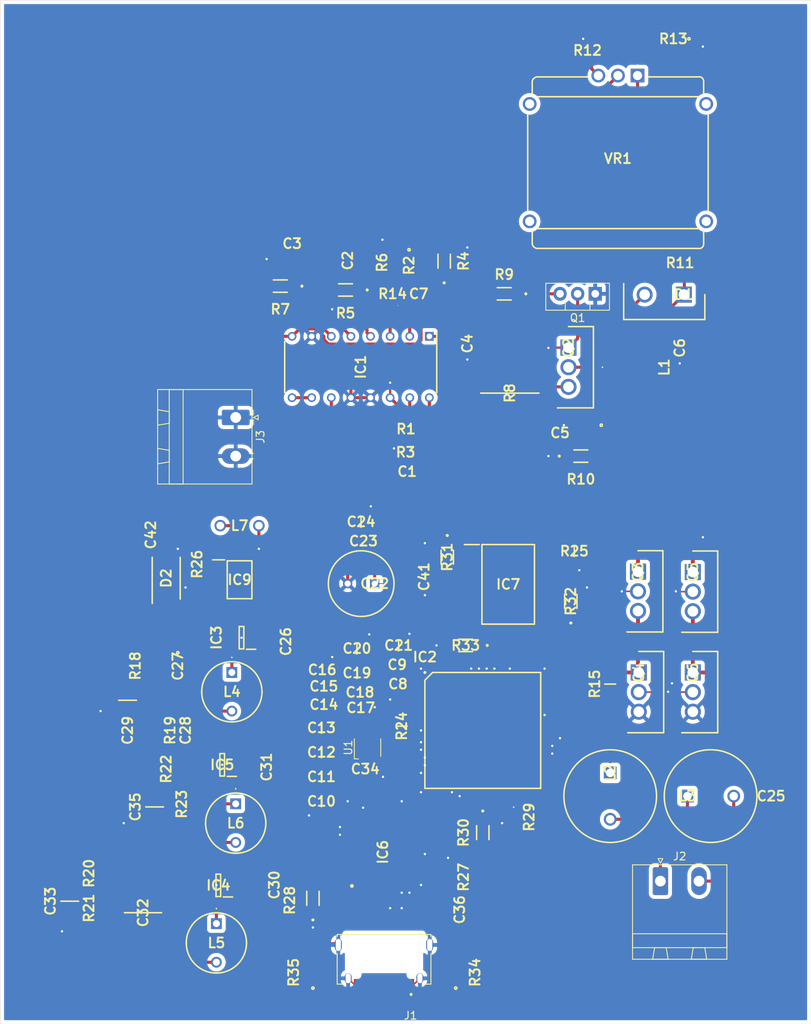
<source format=kicad_pcb>
(kicad_pcb (version 20240108) (generator "pcbnew") (generator_version "8.0")
  (layers (0 "F.Cu" signal) (1 "In1.Cu" signal) (2 "In2.Cu" signal) (31 "B.Cu" signal) (34 "B.Paste" user) (35 "F.Paste" user) (36 "B.SilkS" user "B.Silkscreen") (37 "F.SilkS" user "F.Silkscreen") (38 "B.Mask" user) (39 "F.Mask" user) (44 "Edge.Cuts" user))
  (net 0 "")
  (net 1 "Net-(IC1-REF)")
  (net 2 "+12V")
  (net 3 "Net-(IC1-DTC)")
  (net 4 "Net-(IC1-CT)")
  (net 5 "Net-(IC1-1IN+)")
  (net 6 "/120V")
  (net 7 "Net-(C7-Pad2)")
  (net 8 "Net-(IC1-1IN-)")
  (net 9 "+1V8")
  (net 10 "+3V3")
  (net 11 "+1V0")
  (net 12 "Net-(C25-Pad1)")
  (net 13 "Net-(J2-Pin_2)")
  (net 14 "+5V")
  (net 15 "Net-(IC3-FB)")
  (net 16 "Net-(IC4-FB)")
  (net 17 "/RESET")
  (net 18 "Net-(D1-A)")
  (net 19 "Net-(D2-K)")
  (net 20 "Net-(IC1-FEEDBACK)")
  (net 21 "Net-(IC1-E1)")
  (net 22 "Net-(IC1-C1)")
  (net 23 "Net-(IC1-2IN-)")
  (net 24 "Net-(IC1-RT)")
  (net 25 "Net-(IC1-2IN+)")
  (net 32 "/QSPI DATA0")
  (net 38 "/TCK")
  (net 50 "/QSPI DATA1")
  (net 57 "Net-(IC2-M0_0)")
  (net 59 "/TMS")
  (net 63 "Net-(IC2-INIT_B_0)")
  (net 65 "/12MCLK")
  (net 77 "/MOSFET3")
  (net 83 "/MOSFET4")
  (net 87 "/MOSFET2")
  (net 91 "/TDO")
  (net 98 "/QSPI DATA2")
  (net 104 "/QSPI NSS")
  (net 120 "/QSPI SCLK")
  (net 136 "/MOSFET1")
  (net 138 "/TDI")
  (net 141 "/QSPI DATA3")
  (net 145 "Net-(IC3-SW)")
  (net 146 "Net-(IC4-SW)")
  (net 147 "Net-(IC5-SW)")
  (net 148 "Net-(IC5-FB)")
  (net 149 "+3.3V")
  (net 160 "/USB_P")
  (net 175 "/USB_N")
  (net 188 "Net-(IC6-REF)")
  (net 193 "Net-(IC7-C)")
  (net 200 "Net-(IC9-ILIM)")
  (net 201 "Net-(J2-Pin_1)")
  (net 202 "Net-(L2-Pad1)")
  (net 203 "Net-(Q1-C)")
  (net 204 "Net-(Q3-S)")
  (net 205 "Net-(VR1-CCW)")
  (net 206 "Net-(VR1-CW)")
  (net 207 "Net-(U1-CLK)")
  (net 212 "Net-(J1-CC2)")
  (net 213 "Net-(J1-CC1)")
  (footprint "GCJ188C70J475KE02:CAPC1608X100N" (layer "F.Cu") (at 122 146.21 90)
    (property "Reference" "C30")
    (property "Value" "4u7" (hide yes))
  )
  (footprint "ERA-2ARBS62X:ERA2AED122X" (layer "F.Cu") (at 110.5 122.488 -90)
    (property "Reference" "R19")
    (property "Value" "5k6" (hide yes))
  )
  (footprint "KAF31ER71H474KL:CAPC3216X152N" (layer "F.Cu") (at 130.1 128.83 180)
    (property "Reference" "C12")
    (property "Value" "0u47" (hide yes))
  )
  (footprint "KAF31ER71H474KL:CAPC3216X152N" (layer "F.Cu") (at 134.7 115.4 180)
    (property "Reference" "C20")
    (property "Value" "0u47" (hide yes))
  )
  (footprint "ERA-8VRB1202V:ERA8KEB1004V" (layer "F.Cu") (at 129 147.725 90)
    (property "Reference" "R28")
    (property "Value" "12k±1%" (hide yes))
  )
  (footprint "Connector_Phoenix_MSTB:PhoenixContact_MSTBA_2,5_2-G_1x02_P5.00mm_Horizontal" (layer "F.Cu") (at 119 85.5 -90)
    (property "Reference" "J3")
    (property "Value" "Conn_01x02_Socket")
  )
  (footprint "IRF640PBF:TO254P465X1024X2050-3P" (layer "F.Cu") (at 178.2 118.5 -90)
    (property "Reference" "Q6")
    (property "Value" "NMOS" (hide yes))
  )
  (footprint "ERA-8VRB1202V:ERA8KEB1004V" (layer "F.Cu") (at 124.775 68.5 180)
    (property "Reference" "R7")
    (property "Value" "12k" (hide yes))
  )
  (footprint "WSLP5931L1000FEA:RESC15077X100N" (layer "F.Cu") (at 154.5 82.35 -90)
    (property "Reference" "R8")
    (property "Value" "0.1R" (hide yes))
  )
  (footprint "3503G2B1K0FTDF:RESC3016X58N" (layer "F.Cu") (at 108 117.65 -90)
    (property "Reference" "R18")
    (property "Value" "1k" (hide yes))
  )
  (footprint "744772680:WE-TI_809589" (layer "F.Cu") (at 119.5 99.5 180)
    (property "Reference" "L7")
    (property "Value" "68uH" (hide yes))
  )
  (footprint "LM3671MF-1:SOT95P280X145-5N" (layer "F.Cu") (at 116.75 146.05 180)
    (property "Reference" "IC4")
    (property "Value" "LM3671MF-1.8_NOPB" (hide yes))
  )
  (footprint "LM3671MF-1:SOT95P280X145-5N" (layer "F.Cu") (at 117.25 130.45 180)
    (property "Reference" "IC5")
    (property "Value" "LM3671MF-1.8_NOPB" (hide yes))
  )
  (footprint "GCJ188C70J475KE02:CAPC1608X100N" (layer "F.Cu") (at 135.09 121.07 180)
    (property "Reference" "C18")
    (property "Value" "4u7" (hide yes))
  )
  (footprint "C2220C143KFGLCAUTO:CAPC5750X550N" (layer "F.Cu") (at 107 149.59 -90)
    (property "Reference" "C32")
    (property "Value" "14n" (hide yes))
  )
  (footprint "3503G2B1K0FTDF:RESC3016X58N" (layer "F.Cu") (at 114 104.5 90)
    (property "Reference" "R26")
    (property "Value" "1k" (hide yes))
  )
  (footprint "ERJ-UP6D5101V:ERJUP6" (layer "F.Cu") (at 147.5 157.325 90)
    (property "Reference" "R34")
    (property "Value" "5k1" (hide yes))
  )
  (footprint "3503G2B1K0FTDF:RESC3016X58N" (layer "F.Cu") (at 112 135.55 -90)
    (property "Reference" "R23")
    (property "Value" "1k" (hide yes))
  )
  (footprint "MT25QL256ABA8ES:SOIC127P1032X265-16N" (layer "F.Cu") (at 154.288 107.095)
    (property "Reference" "IC7")
    (property "Value" "MT25QL256ABA8ESF-0AAT" (hide yes))
  )
  (footprint "KAM15AR71H104KM:CAPC1608X90N" (layer "F.Cu") (at 141.2 91)
    (property "Reference" "C1")
    (property "Value" "100n" (hide yes))
  )
  (footprint "19R107C:CAPPRD600W90D1200H2100" (layer "F.Cu") (at 167.5 131.5 -90)
    (property "Reference" "L2")
    (property "Value" "100mH" (hide yes))
  )
  (footprint "Package_TO_SOT_THT:TO-126-3_Vertical" (layer "F.Cu") (at 165.56 69.5 180)
    (property "Reference" "Q1")
    (property "Value" "BD139")
  )
  (footprint "3503G2B1K0FTDF:RESC3016X58N" (layer "F.Cu") (at 112 129.95 -90)
    (property "Reference" "R22")
    (property "Value" "1k" (hide yes))
  )
  (footprint "ERJ-UP6D5101V:ERJUP6" (layer "F.Cu") (at 129 157.325 90)
    (property "Reference" "R35")
    (property "Value" "5k1" (hide yes))
  )
  (footprint "MBRS130T3G:DIOM5436X247N" (layer "F.Cu") (at 110 106.3 90)
    (property "Reference" "D2")
    (property "Value" "MBRS130T3G" (hide yes))
  )
  (footprint "KAF31ER71H474KL:CAPC3216X152N" (layer "F.Cu") (at 134.7 118.57 180)
    (property "Reference" "C19")
    (property "Value" "0u47" (hide yes))
  )
  (footprint "GCJ188C70J475KE02:CAPC1608X100N" (layer "F.Cu") (at 130.41 120.29 180)
    (property "Reference" "C15")
    (property "Value" "4u7" (hide yes))
  )
  (footprint "ERA-8VRB1202V:ERA8KEB1004V" (layer "F.Cu") (at 146.398 103.575 -90)
    (property "Reference" "R31")
    (property "Value" "12k" (hide yes))
  )
  (footprint "KAF31ER71H474KL:CAPC3216X152N" (layer "F.Cu") (at 130.1 135.17 180)
    (property "Reference" "C10")
    (property "Value" "0u47" (hide yes))
  )
  (footprint "12401948E412A:AMPHENOL_12401948E412A" (layer "F.Cu") (at 138.20925 153.7625 180)
    (property "Reference" "J1")
    (property "Value" "12401948E412A")
    (fp_line (start 4.92 1.36) (end -4.92 1.36) (stroke (width 0.01)) (layer "Edge.Cuts"))
    (fp_line (start 4.57 1.01) (end 4.92 1.36) (stroke (width 0.01)) (layer "Edge.Cuts"))
    (fp_line (start 4.57 -3) (end 4.57 1.01) (stroke (width 0.01)) (layer "Edge.Cuts"))
    (fp_line (start -4.42 -3.15) (end 4.42 -3.15) (stroke (width 0.01)) (layer "Edge.Cuts"))
    (fp_line (start -4.57 1.01) (end -4.57 -3) (stroke (width 0.01)) (layer "Edge.Cuts"))
    (fp_line (start -4.92 1.36) (end -4.57 1.01) (stroke (width 0.01)) (layer "Edge.Cuts"))
    (fp_arc (start 4.42 -3.15) (mid 4.526066 -3.106066) (end 4.57 -3) (stroke (width 0.01)) (layer "Edge.Cuts"))
    (fp_arc (start -4.57 -3) (mid -4.526066 -3.106066) (end -4.42 -3.15) (stroke (width 0.01)) (layer "Edge.Cuts"))
  )
  (footprint "FT2232H:QFN50P800X800X100-57N-D" (layer "F.Cu") (at 138.05 141.75 90)
    (property "Reference" "IC6")
    (property "Value" "FT2232H-56Q-REEL" (hide yes))
  )
  (footprint "19R107C:CAPPRD600W90D1200H2100" (layer "F.Cu") (at 177.5 134.5)
    (property "Reference" "L3")
    (property "Value" "100mH" (hide yes))
  )
  (footprint "GCJ188C70J475KE02:CAPC1608X100N" (layer "F.Cu") (at 139.91 117.5 180)
    (property "Reference" "C9")
    (property "Value" "4u7" (hide yes))
  )
  (footprint "MCS0402MD1002B:RESC1005X37N" (layer "F.Cu") (at 176.55 66.5 180)
    (property "Reference" "R11")
    (property "Value" "10k" (hide yes))
  )
  (footprint "KAF31ER71H474KL:CAPC3216X152N" (layer "F.Cu") (at 130.1 125.66 180)
    (property "Reference" "C13")
    (property "Value" "0u47" (hide yes))
  )
  (footprint "C0402C101KCGACA:CAPC1005X55N" (layer "F.Cu") (at 149 75.94 -90)
    (property "Reference" "C4")
    (property "Value" "100p" (hide yes))
  )
  (footprint "Connector_Phoenix_MSTB:PhoenixContact_MSTBA_2,5_2-G_1x02_P5.00mm_Horizontal" (layer "F.Cu") (at 174 145.5)
    (property "Reference" "J2")
    (property "Value" "Conn_01x02_Socket")
  )
  (footprint "KAM15AR72A103KM:CAPC1608X90N" (layer "F.Cu") (at 142.7 71 180)
    (property "Reference" "C7")
    (property "Value" "10n" (hide yes))
  )
  (footprint "ERA-8VRB2202V:ERA8KEB1004V" (layer "F.Cu") (at 133.225 69 180)
    (property "Reference" "R5")
    (property "Value" "22k" (hide yes))
  )
  (footprint "KGM21AR51A476MU:CAPC2012X145N" (layer "F.Cu") (at 110 100.69 -90)
    (property "Reference" "C42")
    (property "Value" "47u" (hide yes))
  )
  (footprint "3503G2B1K0FTDF:RESC3016X58N" (layer "F.Cu") (at 137.95 65.45 90)
    (property "Reference" "R6")
    (property "Value" "1k" (hide yes))
  )
  (footprint "MCS04020D4702BE:RESC1005X37N" (layer "F.Cu") (at 141.05 86)
    (property "Reference" "R1")
    (property "Value" "47k" (hide yes))
  )
  (footprint "ERA-8VRB1202V:ERA8KEB1004V" (layer "F.Cu") (at 162.398 109.3 90)
    (property "Reference" "R32")
    (property "Value" "12k" (hide yes))
  )
  (footprint "TL494CN:DIP794W53P254L1930H508Q16N" (layer "F.Cu") (at 135.19 78.97 -90)
    (property "Reference" "IC1")
    (property "Value" "TL494CN" (hide yes))
  )
  (footprint "C0603C621F5GACTU:CAPC1608X87N" (layer "F.Cu") (at 112.5 122.7 -90)
    (property "Reference" "C28")
    (property "Value" "620p" (hide yes))
  )
  (footprint "MCS0402MD1002B:RESC1005X37N" (layer "F.Cu") (at 101.5 144.5 -90)
    (property "Reference" "R20")
    (property "Value" "10k" (hide yes))
  )
  (footprint "GCJ188C70J475KE02:CAPC1608X100N" (layer "F.Cu") (at 130.41 122.66 180)
    (property "Reference" "C14")
    (property "Value" "4u7" (hide yes))
  )
  (footprint "ERJ-1GJF6802C:ERJ1GJJ2R4C" (layer "F.Cu") (at 139.313 71 180)
    (property "Reference" "R14")
    (property "Value" "68k" (hide yes))
  )
  (footprint "KAF32LR71H106KL:CAPC3225X178N" (layer "F.Cu") (at 105 122.1 90)
    (property "Reference" "C29")
    (property "Value" "10u" (hide yes))
  )
  (footprint "LT1111CS8:SOIC127P599X175-8N" (layer "F.Cu") (at 119.5 106.5)
    (property "Reference" "IC9")
    (property "Value" "LT1111CS8-5#PBF" (hide yes))
  )
  (footprint "LM3671MF-1:SOT95P280X145-5N" (layer "F.Cu") (at 119.75 114 180)
    (property "Reference" "IC3")
    (property "Value" "LM3671MF-1.8_NOPB" (hide yes))
  )
  (footprint "IRF640PBF:TO254P465X1024X2050-3P" (layer "F.Cu") (at 171.1 105.46 -90)
    (property "Reference" "Q3")
    (property "Value" "NMOS" (hide yes))
  )
  (footprint "ERJ-UP6D6802V:ERJUP6" (layer "F.Cu") (at 141.45 65.825 -90)
    (property "Reference" "R2")
    (property "Value" "68k" (hide yes))
  )
  (footprint "KAM15AR71H104KM:CAPC1608X90N" (layer "F.Cu") (at 143.398 106.1 -90)
    (property "Reference" "C41")
    (property "Value" "100n" (hide yes))
  )
  (footprint "RCH875NP-2R2M:RCH875NP2R2M" (layer "F.Cu") (at 118.5 118.5 180)
    (property "Reference" "L4")
    (property "Value" "2u2" (hide yes))
  )
  (footprint "IRF640PBF:TO254P465X1024X2050-3P" (layer "F.Cu") (at 162.1 76.46 -90)
    (property "Reference" "Q2")
    (property "Value" "IRFP250PBF" (hide yes))
  )
  (footprint "RT1206CRE07900R:RESC3116X65N" (layer "F.Cu") (at 167.5 120 -90)
    (property "Reference" "R15")
    (property "Value" "900" (hide yes))
  )
  (footprint "XC7S6-1FTGB196I:BGA196C100P14X14_1500X1500X155" (layer "F.Cu") (at 151 126)
    (property "Reference" "IC2")
    (property "Value" "XC7S6-1FTGB196I" (hide yes))
  )
  (footprint "ERJ-UP6D2702V:ERJUP6" (layer "F.Cu") (at 175.675 36.5 180)
    (property "Reference" "R13")
    (property "Value" "27k" (hide yes))
  )
  (footprint "PCW1D-C24-KAB104L:PCW1DC24KAB104L" (layer "F.Cu") (at 171.0405 41.255 180)
    (property "Reference" "VR1")
    (property "Value" "PCW1D-C24-KAB104L" (hide yes))
  )
  (footprint "KAF21BR72D102KT:CAPC2012X94N" (layer "F.Cu") (at 126.31 65 180)
    (property "Reference" "C3")
    (property "Value" "1n" (hide yes))
  )
  (footprint "C0402C101KCGACA:CAPC1005X55N" (layer "F.Cu") (at 175 76.56 -90)
    (property "Reference" "C6")
    (property "Value" "100p" (hide yes))
  )
  (footprint "KAF31ER71H474KL:CAPC3216X152N" (layer "F.Cu") (at 135.23 99 180)
    (property "Reference" "C24")
    (property "Value" "0u47" (hide yes))
  )
  (footprint "MCS0402MD1002B:RESC1005X37N" (layer "F.Cu") (at 146.5 144.95 -90)
    (property "Reference" "R27")
    (property "Value" "10k" (hide yes))
  )
  (footprint "KAM03CT70J105KH:CAPC0603X39N" (layer "F.Cu") (at 188.338 134.5)
    (property "Reference" "C25")
    (property "Value" "1uF" (hide yes))
  )
  (footprint "MAL2142231101E3:CAPPRD350W60D850H1300" (layer "F.Cu") (at 137 107 180)
    (property "Reference" "C22")
    (property "Value" "100uF" (hide yes))
  )
  (footprint "ERA-8VEB4700V:ERA8KEB1004V" (layer "F.Cu") (at 163.7 90.5)
    (property "Reference" "R10")
    (property "Value" "470R" (hide yes))
  )
  (footprint "IRF640PBF:TO254P465X1024X2050-3P" (layer "F.Cu") (at 171.2 118.5 -90)
    (property "Reference" "Q4")
    (property "Value" "NMOS" (hide yes))
  )
  (footprint "CRCW04022K20DH:RESC1005X40N" (layer "F.Cu") (at 164.55 38 180)
    (property "Reference" "R12")
    (property "Value" "2k2" (hide yes))
  )
  (footprint "KAF31ER71H474KL:CAPC3216X152N" (layer "F.Cu") (at 130.1 132 180)
    (property "Reference" "C11")
    (property "Value" "0u47" (hide yes))
  )
  (footprint "TNPW120610R0BEE:RESC3216X65N" (layer "F.Cu") (at 140.5 125.45 -90)
    (property "Reference" "R24")
    (property "Value" "10R" (hide yes))
  )
  (footprint "CRCW120622R0JNE:RESC3116X65N" (layer "F.Cu") (at 162.848 102.8)
    (property "Reference" "R25")
    (property "Value" "22R" (hide yes))
  )
  (footprint "KAF32LR71H106KL:CAPC3225X178N" (layer "F.Cu") (at 108.5 135.9 90)
    (property "Reference" "C35")
    (property "Value" "10u" (hide yes))
  )
  (footprint "Oscillator:Oscillator_SMD_Kyocera_KC2520Z-4Pin_2.5x2.0mm" (layer "F.Cu") (at 136.075 128.225 90)
    (property "Reference" "U1")
    (property "Value" "KC2520Z")
  )
  (footprint "ERA-8VRB2202V:ERA8KEB1004V" (layer "F.Cu") (at 146 65.275 90)
    (property "Reference" "R4")
    (property "Value" "22k" (hide yes))
  )
  (footprint "KAM15AR71H104KM:CAPC1608X90N" (layer "F.Cu") (at 135.775 131 180)
    (property "Reference" "C34")
    (property "Value" "100n" (hide yes))
  )
  (footprint "C0805C362G4HACTU:C0805" (layer "F.Cu") (at 111.5 117.7 -90)
    (property "Reference" "C27")
    (property "Value" "3n5" (hide yes))
  )
  (footprint "GCJ188C70J475KE02:CAPC1608X100N" (layer "F.Cu") (at 135.54 101.5 180)
    (property "Reference" "C23")
    (property "Value" "4u7" (hide yes))
  )
  (footprint "IRF640PBF:TO254P465X1024X2050-3P" (layer "F.Cu") (at 178.2 105.5 -90)
    (property "Reference" "Q5")
    (property "Value" "NMOS" (hide yes))
  )
  (footprint "SRR5228A-221M:SRR5228A" (layer "F.Cu") (at 169.75 79 90)
    (property "Reference" "L1")
    (property "Value" "220uH" (hide yes))
  )
  (footprint "GCJ188C70J475KE02:CAPC1608X100N" (layer "F.Cu") (at 121.21 130.74 90)
    (property "Reference" "C31")
    (property "Value" "4u7" (hide yes))
  )
  (footprint "15ETH06:TO508P465X1031X1932-2P" (layer "F.Cu") (at 177.04 69.6 180)
    (property "Reference" "D1")
    (property "Value" "15ETH06" (hide yes))
  )
  (footprint "RCH875NP-2R2M:RCH875NP2R2M" (layer "F.Cu") (at 119 135.5 180)
    (property "Reference" "L6")
    (property "Value" "2u2" (hide yes))
  )
  (footprint "KGM21AR51A476MU:CAPC2012X145N" (layer "F.Cu") (at 135.19 123.07 180)
    (property "Reference" "C17")
    (property "Value" "47uF" (hide yes))
  )
  (footprint "KAF31ER71H474KL:CAPC3216X152N" (layer "F.Cu") (at 140.1 115 180)
    (property "Reference" "C21")
    (property "Value" "0u47" (hide yes))
  )
  (footprint "ERA-8VRB1202V:ERA8KEB1004V" (layer "F.Cu") (at 148.775 115 180)
    (property "Reference" "R33")
    (property "Value" "12k" (hide yes))
  )
  (footprint "C0805C362G4HACTU:C0805" (layer "F.Cu") (at 164.6 86.5 180)
    (property "Reference" "C5")
    (property "Value" "330u" (hide yes))
  )
  (footprint "MCS04020D4702BE:RESC1005X37N" (layer "F.Cu") (at 141.05 88.5 180)
    (property "Reference" "R3")
    (property "Value" "47k" (hide yes))
  )
  (footprint "KAM15AR71H104KM:CAPC1608X90N" (layer "F.Cu") (at 146.5 149.2 -90)
    (property "Reference" "C36")
    (property "Value" "0u1" (hide yes))
  )
  (footprint "ERA-8VEB4700V:ERA8KEB1004V" (layer "F.Cu") (at 153.775 69.5 180)
    (property "Reference" "R9")
    (property "Value" "470R" (hide yes))
  )
  (footprint "ERA-3ARB472V:ERA3AEB101V" (layer "F.Cu") (at 155 137.225 -90)
    (property "Reference" "R29")
    (property "Value" "4k7" (hide yes))
  )
  (footprint "KGM21AR51A476MU:CAPC2012X145N" (layer "F.Cu") (at 130.2 118.16 180)
    (property "Reference" "C16")
    (property "Value" "47uF" (hide yes))
  )
  (footprint "GCJ188C70J475KE02:CAPC1608X100N" (layer "F.Cu") (at 123.5 114.5 90)
    (property "Reference" "C26")
    (property "Value" "4u7" (hide yes))
  )
  (footprint "ERA-8VEB4700V:ERA8KEB1004V" (layer "F.Cu") (at 151 139.225 -90)
    (property "Reference" "R30")
    (property "Value" "1k" (hide yes))
  )
  (footprint "RCH875NP-2R2M:RCH875NP2R2M" (layer "F.Cu") (at 116.5 151 180)
    (property "Reference" "L5")
    (property "Value" "2u2" (hide yes))
  )
  (footprint "CAPC2012X140N:CAPC2012X140N" (layer "F.Cu") (at 135.45 65.19 90)
    (property "Reference" "C2")
    (property "Value" "2u2" (hide yes))
  )
  (footprint "KGM21AR51A476MU:CAPC2012X145N" (layer "F.Cu") (at 140.01 120 180)
    (property "Reference" "C8")
    (property "Value" "47uF" (hide yes))
  )
  (footprint "ERA-2ARB2612X:ERA2AED122X" (layer "F.Cu") (at 101.5 149 -90)
    (property "Reference" "R21")
    (property "Value" "26k" (hide yes))
  )
  (footprint "KAF32LR71H106KL:CAPC3225X178N" (layer "F.Cu") (at 97.5 148.1 90)
    (property "Reference" "C33")
    (property "Value" "10u" (hide yes))
  )
  (gr_rect (start 88.5 31.5) (end 193.5 164) (stroke (width 0.05)) (fill none) (layer "Edge.Cuts"))
  (gr_text "1V8\n" (at 90 152.5 0) (layer "F.Cu") (effects (font (size 1.5 1.5) (thickness 0.3) (bold yes)) (justify left bottom)))
  (gr_text "1 V\n" (at 101 137 0) (layer "F.Cu") (effects (font (size 1.5 1.5) (thickness 0.3) (bold yes)) (justify left bottom)))
  (gr_text "3V3" (at 99.5 120 0) (layer "F.Cu") (effects (font (size 1.5 1.5) (thickness 0.3) (bold yes)) (justify left bottom)))
  (gr_text "120V" (at 179.5 37 0) (layer "F.Cu") (effects (font (size 1.5 1.5) (thickness 0.3) (bold yes)) (justify left bottom)))
  (gr_text "5V" (at 124 103.5 0) (layer "F.Cu") (effects (font (size 1.5 1.5) (thickness 0.3) (bold yes) (italic yes)) (justify left bottom)))
  (segment (start 135.45 62.05) (end 135.45 64.38) (width 0.4) (layer "F.Cu") (net 1))
  (segment (start 131.5 69) (end 131.5 65) (width 0.4) (layer "F.Cu") (net 1))
  (segment (start 132.12 64.38) (end 135.45 64.38) (width 0.4) (layer "F.Cu") (net 1))
  (segment (start 138 86) (end 137.6 86.4) (width 0.4) (layer "F.Cu") (net 1))
  (segment (start 131.5 65) (end 132.12 64.38) (width 0.4) (layer "F.Cu") (net 1))
  (segment (start 141 61.5) (end 136 61.5) (width 0.4) (layer "F.Cu") (net 1))
  (segment (start 141.45 61.95) (end 141 61.5) (width 0.4) (layer "F.Cu") (net 1))
  (segment (start 140.5 86) (end 138 86) (width 0.4) (layer "F.Cu") (net 1))
  (segment (start 139 91) (end 140.5 91) (width 0.4) (layer "F.Cu") (net 1))
  (segment (start 131.5 69) (end 131.5 71.5) (width 0.3) (layer "F.Cu") (net 1))
  (segment (start 141.45 64.65) (end 141.45 61.95) (width 0.4) (layer "F.Cu") (net 1))
  (segment (start 139 82.94) (end 139 81) (width 0.3) (layer "F.Cu") (net 1))
  (segment (start 136 61.5) (end 135.45 62.05) (width 0.4) (layer "F.Cu") (net 1))
  (segment (start 137.6 86.4) (end 137.6 89.6) (width 0.4) (layer "F.Cu") (net 1))
  (segment (start 140.5 86) (end 140.5 84.44) (width 0.4) (layer "F.Cu") (net 1))
  (segment (start 137.6 89.6) (end 139 91) (width 0.4) (layer "F.Cu") (net 1))
  (segment (start 140.5 84.44) (end 139 82.94) (width 0.4) (layer "F.Cu") (net 1))
  (via blind (at 139 81) (size 0.6) (drill 0.3) (layers "F.Cu" "In2.Cu") (net 1))
  (via (at 131.5 71.5) (size 0.6) (drill 0.3) (layers "F.Cu" "B.Cu") (net 1))
  (segment (start 149.5 123.5) (end 148.5 124.5) (width 0.1) (layer "F.Cu") (net 2))
  (segment (start 133.83 100.5) (end 134.83 101.5) (width 0.4) (layer "F.Cu") (net 2))
  (segment (start 129.39 122.35) (end 129.7 122.66) (width 0.3) (layer "F.Cu") (net 2))
  (segment (start 145.025 121.025) (end 145.5 121.5) (width 0.1) (layer "F.Cu") (net 2))
  (segment (start 149.5 119.5) (end 150.5 120.5) (width 0.1) (layer "F.Cu") (net 2))
  (segment (start 145 124) (end 146 124) (width 0.1) (layer "F.Cu") (net 2))
  (segment (start 133.3 116.5) (end 133.3 115.4) (width 0.3) (layer "F.Cu") (net 2))
  (segment (start 134.1 139.5) (end 132.5 139.5) (width 0.2) (layer "F.Cu") (net 2))
  (segment (start 136.475 131) (end 136.475 129.475) (width 0.3) (layer "F.Cu") (net 2))
  (segment (start 108.5 134.5) (end 108.5 129) (width 0.4) (layer "F.Cu") (net 2))
  (segment (start 128.84 75) (end 133.92 80.08) (width 0.4) (layer "F.Cu") (net 2))
  (segment (start 171.5 79) (end 171.5 86.5) (width 0.4) (layer "F.Cu") (net 2))
  (segment (start 123.05 68.5) (end 123.05 65.05) (width 0.3) (layer "F.Cu") (net 2))
  (segment (start 146.975 125.025) (end 147.975 125.025) (width 0.1) (layer "F.Cu") (net 2))
  (segment (start 129 149.45) (end 129 151) (width 0.4) (layer "F.Cu") (net 2))
  (segment (start 153.5 127.5) (end 152.5 128.5) (width 0.1) (layer "F.Cu") (net 2))
  (segment (start 133.5 107) (end 133.5 102.83) (width 0.4) (layer "F.Cu") (net 2))
  (segment (start 146.5 123.5) (end 147.025 124.025) (width 0.1) (layer "F.Cu") (net 2))
  (segment (start 151.5 129.5) (end 150.5 128.5) (width 0.1) (layer "F.Cu") (net 2))
  (segment (start 129.39 118.16) (end 129.39 116.61) (width 0.3) (layer "F.Cu") (net 2))
  (segment (start 121.21 130.03) (end 121.21 128.21) (width 0.4) (layer "F.Cu") (net 2))
  (segment (start 128.92 151.58) (end 129 151.5) (width 0.3) (layer "F.Cu") (net 2))
  (segment (start 159.5 128.5) (end 157.5 128.5) (width 0.1) (layer "F.Cu") (net 2))
  (segment (start 143 118) (end 144.5 119.5) (width 0.3) (layer "F.Cu") (net 2))
  (segment (start 149.025 119.975) (end 149.5 119.5) (width 0.1) (layer "F.Cu") (net 2))
  (segment (start 132.02675 153.5) (end 129 153.5) (width 0.2) (layer "F.Cu") (net 2))
  (segment (start 139.834314 148.9) (end 145.5 148.9) (width 0.2) (layer "F.Cu") (net 2))
  (segment (start 111.5 114.5) (end 111.5 111.5) (width 0.4) (layer "F.Cu") (net 2))
  (segment (start 148.025 131.025) (end 148.5 131.5) (width 0.1) (layer "F.Cu") (net 2))
  (segment (start 137.075 131) (end 138.075 132) (width 0.3) (layer "F.Cu") (net 2))
  (segment (start 126.5 111.5) (end 126.5 108.5) (width 0.4) (layer "F.Cu") (net 2))
  (segment (start 149.5 129.5) (end 150.5 128.5) (width 0.1) (layer "F.Cu") (net 2))
  (segment (start 126.45 143.95) (end 126.5 144) (width 0.4) (layer "F.Cu") (net 2))
  (segment (start 108 114.5) (end 105 114.5) (width 0.4) (layer "F.Cu") (net 2))
  (segment (start 137.95 64.4) (end 137.95 62.55) (width 0.3) (layer "F.Cu") (net 2))
  (segment (start 145.328248 131) (end 146 131) (width 0.1) (layer "F.Cu") (net 2))
  (segment (start 114.315 105.865) (end 114 105.55) (width 0.4) (layer "F.Cu") (net 2))
  (segment (start 133.92 82.94) (end 136.46 82.94) (width 0.4) (layer "F.Cu") (net 2))
  (segment (start 142 142) (end 143.5 142) (width 0.2) (layer "F.Cu") (net 2))
  (segment (start 111.5 111.5) (end 126.5 111.5) (width 0.4) (layer "F.Cu") (net 2))
  (segment (start 176 79) (end 176.5 78.5) (width 0.4) (layer "F.Cu") (net 2))
  (segment (start 129 151) (end 126.5 151) (width 0.4) (layer "F.Cu") (net 2))
  (segment (start 143.398 108.398) (end 143.5 108.5) (width 0.3) (layer "F.Cu") (net 2))
  (segment (start 147.025 124.025) (end 148.025 124.025) (width 0.1) (layer "F.Cu") (net 2))
  (segment (start 142 90.9) (end 141.9 91) (width 0.4) (layer "F.Cu") (net 2))
  (segment (start 160 130) (end 158 130) (width 0.1) (layer "F.Cu") (net 2))
  (segment (start 152.5 130.5) (end 152.5 131.5) (width 0.1) (layer "F.Cu") (net 2))
  (segment (start 111.5 114.5) (end 111.5 116.8) (width 0.4) (layer "F.Cu") (net 2))
  (segment (start 157.5 119.5) (end 159 118) (width 0.3) (layer "F.Cu") (net 2))
  (segment (start 101.5 143.95) (end 97.55 143.95) (width 0.4) (layer "F.Cu") (net 2))
  (segment (start 128.7 135.17) (end 128.7 136.8) (width 0.3) (layer "F.Cu") (net 2))
  (segment (start 126.405 108.405) (end 122.212 108.405) (width 0.4) (layer "F.Cu") (net 2))
  (segment (start 129 156.15) (end 129 153.5) (width 0.2) (layer "F.Cu") (net 2))
  (segment (start 145.025 131.303248) (end 145.328248 131) (width 0.1) (layer "F.Cu") (net 2))
  (segment (start 157.5 123.5) (end 157.025 123.025) (width 0.1) (layer "F.Cu") (net 2))
  (segment (start 154 131.025) (end 152.975 131.025) (width 0.1) (layer "F.Cu") (net 2))
  (segment (start 101.5 143.95) (end 106.5 143.95) (width 0.4) (layer "F.Cu") (net 2))
  (segment (start 146.975 131.025) (end 148.025 131.025) (width 0.1) (layer "F.Cu") (net 2))
  (segment (start 146 63.55) (end 148.95 63.55) (width 0.3) (layer "F.Cu") (net 2))
  (segment (start 148.025 124.025) (end 148.5 124.5) (width 0.1) (layer "F.Cu") (net 2))
  (segment (start 143.398 106.8) (end 143.398 108.398) (width 0.3) (layer "F.Cu") (net 2))
  (segment (start 121 128) (end 112.9 128) (width 0.4) (layer "F.Cu") (net 2))
  (segment (start 147 121) (end 147.5 120.5) (width 0.1) (layer "F.Cu") (net 2))
  (segment (start 114 105.55) (end 114 106) (width 0.4) (layer "F.Cu") (net 2))
  (segment (start 160 129) (end 159.5 128.5) (width 0.1) (layer "F.Cu") (net 2))
  (segment (start 123.5 113.79) (end 126.29 113.79) (width 0.4) (layer "F.Cu") (net 2))
  (segment (start 139.5 88.5) (end 140.5 88.5) (width 0.4) (layer "F.Cu") (net 2))
  (segment (start 135.3 136.2) (end 135.5 136) (width 0.2) (layer "F.Cu") (net 2))
  (segment (start 139.2 117.5) (end 139.2 120) (width 0.3) (layer "F.Cu") (net 2))
  (segment (start 106.5 143.95) (end 126.45 143.95) (width 0.4) (layer "F.Cu") (net 2))
  (segment (start 121.21 130.03) (end 120.79 130.45) (width 0.4) (layer "F.Cu") (net 2))
  (segment (start 121.21 113.79) (end 121 114) (width 0.4) (layer "F.Cu") (net 2))
  (segment (start 139 120.2) (end 139.2 120) (width 0.3) (layer "F.Cu") (net 2))
  (segment (start 160 129) (end 160 130) (width 0.1) (layer "F.Cu") (net 2))
  (segment (start 142 89.5) (end 142 90.9) (width 0.4) (layer "F.Cu") (net 2))
  (segment (start 118.5 106) (end 118.365 105.865) (width 0.4) (layer "F.Cu") (net 2))
  (segment (start 146.5 131.5) (end 146.975 131.025) (width 0.1) (layer "F.Cu") (net 2))
  (segment (start 155.5 131.5) (end 155.025 131.025) (width 0.1) (layer "F.Cu") (net 2))
  (segment (start 133.83 99) (end 133.83 100.5) (width 0.4) (layer "F.Cu") (net 2))
  (segment (start 149 76.38) (end 149 78) (width 0.3) (layer "F.Cu") (net 2))
  (segment (start 142.07925 158.8625) (end 142.85925 158.0825) (width 0.2) (layer "F.Cu") (net 2))
  (segment (start 126.5 151) (end 126.5 145.5) (width 0.4) (layer "F.Cu") (net 2))
  (segment (start 145.025 120.025) (end 145.025 121.025) (width 0.1) (layer "F.Cu") (net 2))
  (segment (start 114 106) (end 112.5 107.5) (width 0.4) (layer "F.Cu") (net 2))
  (segment (start 126.29 113.79) (end 126.5 114) (width 0.4) (layer "F.Cu") (net 2))
  (segment (start 174.5 36.5) (end 164 36.5) (width 0.3) (layer "F.Cu") (net 2))
  (segment (start 148.025 119.975) (end 149.025 119.975) (width 0.1) (layer "F.Cu") (net 2))
  (segment (start 116.788 105.865) (end 114.315 105.865) (width 0.4) (layer "F.Cu") (net 2))
  (segment (start 152.975 131.025) (end 152.5 131.5) (width 0.1) (layer "F.Cu") (net 2))
  (segment (start 148.5 124.5) (end 149.5 125.5) (width 0.1) (layer "F.Cu") (net 2))
  (segment (start 148.5 126.5) (end 149.5 127.5) (width 0.1) (layer "F.Cu") (net 2))
  (segment (start 121 128) (end 126.5 128) (width 0.4) (layer "F.Cu") (net 2))
  (segment (start 108 114.5) (end 111.5 114.5) (width 0.4) (layer "F.Cu") (net 2))
  (segment (start 108.5 129) (end 108.6 128.9) (width 0.4) (layer "F.Cu") (net 2))
  (segment (start 126.5 145.5) (end 122 145.5) (width 0.3) (layer "F.Cu") (net 2))
  (segment (start 171.5 79) (end 175 79) (width 0.4) (layer "F.Cu") (net 2))
  (segment (start 153.5 127.5) (end 152.5 126.5) (width 0.1) (layer "F.Cu") (net 2))
  (segment (start 144.5 132.5) (end 145.025 131.975) (width 0.1) (layer "F.Cu") (net 2))
  (segment (start 126.5 111.5) (end 126.5 114) (width 0.4) (layer "F.Cu") (net 2))
  (segment (start 134.70925 158.8625) (end 134.33925 158.8625) (width 0.2) (layer "F.Cu") (net 2))
  (segment (start 139.5 89.5) (end 142 89.5) (width 0.4) (layer "F.Cu") (net 2))
  (segment (start 108.6 128.9) (end 112 128.9) (width 0.4) (layer "F.Cu") (net 2))
  (segment (start 155.025 123.025) (end 157.025 123.025) (width 0.1) (layer "F.Cu") (net 2))
  (segment (start 132.28925 153.7625) (end 132.02675 153.5) (width 0.2) (layer "F.Cu") (net 2))
  (segment (start 136.475 129.475) (end 137 128.95) (width 0.3) (layer "F.Cu") (net 2))
  (segment (start 175 79) (end 175 77) (width 0.4) (layer "F.Cu") (net 2))
  (segment (start 118.365 105.865) (end 116.788 105.865) (width 0.4) (layer "F.Cu") (net 2))
  (segment (start 153.5 123.5) (end 154.5 122.5) (width 0.1) (layer "F.Cu") (net 2))
  (segment (start 145.025 131.975) (end 145.025 131.303248) (width 0.1) (layer "F.Cu") (net 2))
  (segment (start 152.5 121.5) (end 149.5 121.5) (width 0.1) (layer "F.Cu") (net 2))
  (segment (start 159 110.27) (end 157.23 110.27) (width 0.2) (layer "F.Cu") (net 2))
  (segment (start 126.5 144) (end 126.5 145.5) (width 0.4) (layer "F.Cu") (net 2))
  (segment (start 149.5 121.5) (end 148.5 122.5) (width 0.1) (layer "F.Cu") (net 2))
  (segment (start 157.5 132.5) (end 158 132.5) (width 0.1) (layer "F.Cu") (net 2))
  (segment (start 105 114.5) (end 105 120.7) (width 0.4) (layer "F.Cu") (net 2))
  (segment (start 154 131.025) (end 154 130) (width 0.1) (layer "F.Cu") (net 2))
  (segment (start 151.5 130.5) (end 152.5 130.5) (width 0.1) (layer "F.Cu") (net 2))
  (segment (start 157 118) (end 159 118) (width 0.2) (layer "F.Cu") (net 2))
  (segment (start 112.9 128) (end 112 128.9) (width 0.4) (layer "F.Cu") (net 2))
  (segment (start 116.788 107.135) (end 118.365 107.135) (width 0.4) (layer "F.Cu") (net 2))
  (segment (start 148.5 126.5) (end 149.5 125.5) (width 0.1) (layer "F.Cu") (net 2))
  (segment (start 155 125) (end 155.5 125.5) (width 0.1) (layer "F.Cu") (net 2))
  (segment (start 136.475 131) (end 137.075 131) (width 0.3) (layer "F.Cu") (net 2))
  (segment (start 141.70925 158.8625) (end 142.07925 158.8625) (width 0.2) (layer "F.Cu") (net 2))
  (segment (start 157.025 119.975) (end 157.5 119.5) (width 0.1) (layer "F.Cu") (net 2))
  (segment (start 121.53 145.97) (end 122 145.5) (width 0.3) (layer "F.Cu") (net 2))
  (segment (start 157 110.5) (end 157 118) (width 0.2) (layer "F.Cu") (net 2))
  (segment (start 97.55 143.95) (end 97.5 144) (width 0.4) (layer "F.Cu") (net 2))
  (segment (start 144.5 132.5) (end 143 134) (width 0.3) (layer "F.Cu") (net 2))
  (segment (start 137.95 62.55) (end 138 62.5) (width 0.3) (layer "F.Cu") (net 2))
  (segment (start 154 129.5) (end 154.5 129.5) (width 0.1) (layer "F.Cu") (net 2))
  (segment (start 147.5 120.5) (end 148.025 119.975) (width 0.1) (layer "F.Cu") (net 2))
  (segment (start 155.025 131.025) (end 154 131.025) (width 0.1) (layer "F.Cu") (net 2))
  (segment (start 149.5 129.5) (end 148.5 128.5) (width 0.1) (layer "F.Cu") (net 2))
  (segment (start 156.5 88) (end 154.5 88) (width 0.4) (layer "F.Cu") (net 2))
  (segment (start 128.7 135.17) (end 128.7 125.66) (width 0.3) (layer "F.Cu") (net 2))
  (segment (start 152.5 126.5) (end 153.5 125.5) (width 0.1) (layer "F.Cu") (net 2))
  (segment (start 139.5 89.5) (end 139.5 88.5) (width 0.4) (layer "F.Cu") (net 2))
  (segment (start 129.5 116.5) (end 131.5 116.5) (width 0.3) (layer "F.Cu") (net 2))
  (segment (start 154 130) (end 158 130) (width 0.1) (layer "F.Cu") (net 2))
  (segment (start 146.5 125.5) (end 146.975 125.025) (width 0.1) (layer "F.Cu") (net 2))
  (segment (start 118 145.97) (end 121.53 145.97) (width 0.3) (layer "F.Cu") (net 2))
  (segment (start 126.5 108.5) (end 126.405 108.405) (width 0.4) (layer "F.Cu") (net 2))
  (segment (start 153.5 125.5) (end 152.5 124.5) (width 0.1) (layer "F.Cu") (net 2))
  (segment (start 153.5 125.5) (end 154 125) (width 0.1) (layer "F.Cu") (net 2))
  (segment (start 164 38) (end 164 36.5) (width 0.3) (layer "F.Cu") (net 2))
  (segment (start 150.5 120.5) (end 150.5 122.5) (width 0.1) (layer "F.Cu") (net 2))
  (segment (start 147.5 129.5) (end 146.975 130.025) (width 0.1) (layer "F.Cu") (net 2))
  (segment (start 165.425 86.575) (end 165.5 86.5) (width 0.4) (layer "F.Cu") (net 2))
  (segment (start 134.33925 158.8625) (end 133.55925 158.0825) (width 0.2) (layer "F.Cu") (net 2))
  (segment (start 157.025 120.975) (end 157.025 119.975) (width 0.1) (layer "F.Cu") (net 2))
  (segment (start 110 102.5) (end 111.5 102.5) (width 0.3) (layer "F.Cu") (net 2))
  (segment (start 151.5 129.5) (end 152.5 128.5) (width 0.1) (layer "F.Cu") (net 2))
  (segment (start 129.39 118.16) (end 129.39 122.35) (width 0.3) (layer "F.Cu") (net 2))
  (segment (start 110 102.5) (end 110 101.5) (width 0.4) (layer "F.Cu") (net 2))
  (segment (start 129.7 124.66) (end 128.7 125.66) (width 0.3) (layer "F.Cu") (net 2))
  (segment (start 138.7 117) (end 139.2 117.5) (width 0.3) (layer "F.Cu") (net 2))
  (segment (start 121.21 128.21) (end 121 128) (width 0.4) (layer "F.Cu") (net 2))
  (segment (start 175 79) (end 176 79) (width 0.4) (layer "F.Cu") (net 2))
  (segment (start 154 130) (end 154 129.5) (width 0.1) (layer "F.Cu") (net 2))
  (segment (start 144.5 119.5) (end 145.025 120.025) (width 0.1) (layer "F.Cu") (net 2))
  (segment (start 126.5 128) (end 126.5 144) (width 0.4) (layer "F.Cu") (net 2))
  (segment (start 120.79 130.45) (end 118.5 130.45) (width 0.4) (layer "F.Cu") (net 2))
  (segment (start 139 122) (end 139 120.2) (width 0.3) (layer "F.Cu") (net 2))
  (segment (start 118.365 107.135) (end 118.5 107) (width 0.4) (layer "F.Cu") (net 2))
  (segment (start 146.975 130.025) (end 146.975 131.025) (width 0.1) (layer "F.Cu") (net 2))
  (segment (start 129.39 116.61) (end 129.5 116.5) (width 0.3) (layer "F.Cu") (net 2))
  (segment (start 123.5 113.79) (end 121.21 113.79) (width 0.4) (layer "F.Cu") (net 2))
  (segment (start 135.3 137.8) (end 135.3 136.2) (width 0.2) (layer "F.Cu") (net 2))
  (segment (start 143 128.5) (end 144.5 128.5) (width 0.2) (layer "F.Cu") (net 2))
  (segment (start 154.5 118) (end 154.5 119.5) (width 0.1) (layer "F.Cu") (net 2))
  (segment (start 161.5 86.5) (end 158 86.5) (width 0.4) (layer "F.Cu") (net 2))
  (segment (start 134.38 119.65) (end 133.3 118.57) (width 0.3) (layer "F.Cu") (net 2))
  (segment (start 146 121) (end 147 121) (width 0.1) (layer "F.Cu") (net 2))
  (segment (start 129.7 122.66) (end 129.7 124.66) (width 0.3) (layer "F.Cu") (net 2))
  (segment (start 149.5 127.5) (end 148.5 128.5) (width 0.1) (layer "F.Cu") (net 2))
  (segment (start 148.95 63.55) (end 149 63.5) (width 0.3) (layer "F.Cu") (net 2))
  (segment (start 126.5 114) (end 126.5 128) (width 0.4) (layer "F.Cu") (net 2))
  (segment (start 118.5 107) (end 118.5 106) (width 0.4) (layer "F.Cu") (net 2))
  (segment (start 144.5 123.5) (end 145 124) (width 0.1) (layer "F.Cu") (net 2))
  (segment (start 97.5 144) (end 97.5 146.7) (width 0.4) (layer "F.Cu") (net 2))
  (segment (start 128.7 136.8) (end 128.5 137) (width 0.3) (layer "F.Cu") (net 2))
  (segment (start 131.5 116.5) (end 133.3 116.5) (width 0.3) (layer "F.Cu") (net 2))
  (segment (start 146.5 153.7625) (end 147.5 153.7625) (width 0.2) (layer "F.Cu") (net 2))
  (segment (start 145.5 121.5) (end 146 121) (width 0.1) (layer "F.Cu") (net 2))
  (segment (start 171.5 86.5) (end 165.5 86.5) (width 0.4) (layer "F.Cu") (net 2))
  (segment (start 146.5 153.7625) (end 144.12925 153.7625) (width 0.2) (layer "F.Cu") (net 2))
  (segment (start 157.23 110.27) (end 157 110.5) (width 0.2) (layer "F.Cu") (net 2))
  (segment (start 139.3 148.365686) (end 139.834314 148.9) (width 0.2) (layer "F.Cu") (net 2))
  (segment (start 146 124) (end 146.5 123.5) (width 0.1) (layer "F.Cu") (net 2))
  (segment (start 147.5 153.7625) (end 147.5 156.15) (width 0.2) (layer "F.Cu") (net 2))
  (segment (start 152.5 119.5) (end 152.5 120.5) (width 0.1) (layer "F.Cu") (net 2))
  (segment (start 153.5 129.5) (end 154 129.5) (width 0.1) (layer "F.Cu") (net 2))
  (segment (start 123.05 65.05) (end 123 65) (width 0.3) (layer "F.Cu") (net 2))
  (segment (start 158 86.5) (end 156.5 88) (width 0.4) (layer "F.Cu") (net 2))
  (segment (start 154 125) (end 155 125) (width 0.1) (layer "F.Cu") (net 2))
  (segment (start 133.3 118.57) (end 133.3 116.5) (width 0.3) (layer "F.Cu") (net 2))
  (segment (start 147.975 125.025) (end 148.5 124.5) (width 0.1) (layer "F.Cu") (net 2))
  (segment (start 153.5 123.5) (end 152.5 124.5) (width 0.1) (layer "F.Cu") (net 2))
  (segment (start 152.5 118) (end 152.5 119.5) (width 0.1) (layer "F.Cu") (net 2))
  (segment (start 149 69.5) (end 149 63.5) (width 0.3) (layer "F.Cu") (net 2))
  (segment (start 139.3 145.7) (end 139.3 148.365686) (width 0.2) (layer "F.Cu") (net 2))
  (segment (start 154.5 122.5) (end 155.025 123.025) (width 0.1) (layer "F.Cu") (net 2))
  (segment (start 165.425 90.5) (end 165.425 86.575) (width 0.4) (layer "F.Cu") (net 2))
  (segment (start 110 104.1) (end 110 102.5) (width 0.4) (layer "F.Cu") (net 2))
  (segment (start 161.5 86.5) (end 163.7 86.5) (width 0.4) (layer "F.Cu") (net 2))
  (segment (start 145.5 148.9) (end 146.5 149.9) (width 0.2) (layer "F.Cu") (net 2))
  (segment (start 158 132.5) (end 158 130) (width 0.1) (layer "F.Cu") (net 2))
  (segment (start 146 131) (end 146.5 131.5) (width 0.1) (layer "F.Cu") (net 2))
  (segment (start 125.5 65) (end 123 65) (width 0.3) (layer "F.Cu") (net 2))
  (segment (start 152.05 69.5) (end 149 69.5) (width 0.3) (layer "F.Cu") (net 2))
  (segment (start 133.5 102.83) (end 134.83 101.5) (width 0.4) (layer "F.Cu") (net 2))
  (segment (start 156.5 121.5) (end 157.025 120.975) (width 0.1) (layer "F.Cu") (net 2))
  (segment (start 138.7 115) (end 138.7 117) (width 0.3) (layer "F.Cu") (net 2))
  (segment (start 129 151) (end 129 151.5) (width 0.4) (layer "F.Cu") (net 2))
  (segment (start 134.38 123.07) (end 134.38 119.65) (width 0.3) (layer "F.Cu") (net 2))
  (segment (start 108 116.6) (end 108 114.5) (width 0.4) (layer "F.Cu") (net 2))
  (segment (start 152.5 122.5) (end 151.5 123.5) (width 0.1) (layer "F.Cu") (net 2))
  (segment (start 133.92 80.08) (end 133.92 82.94) (width 0.4) (layer "F.Cu") (net 2))
  (via blind (at 128.5 137) (size 0.6) (drill 0.3) (layers "F.Cu" "B.Cu") (remove_unused_layers yes) (zone_layer_connections "B.Cu") (net 2))
  (via (at 112.5 107.5) (size 0.6) (drill 0.3) (layers "F.Cu" "B.Cu") (net 2))
  (via blind (at 138 62.5) (size 0.6) (drill 0.3) (layers "F.Cu" "B.Cu") (remove_unused_layers yes) (zone_layer_connections "B.Cu") (net 2))
  (via blind (at 138.075 132) (size 0.6) (drill 0.3) (layers "F.Cu" "B.Cu") (remove_unused_layers yes) (zone_layer_connections "B.Cu") (net 2))
  (via blind (at 176.5 78.5) (size 0.6) (drill 0.3) (layers "F.Cu" "B.Cu") (remove_unused_layers yes) (net 2))
  (via blind (at 111.5 102.5) (size 0.6) (drill 0.3) (layers "F.Cu" "B.Cu") (remove_unused_layers yes) (net 2))
  (via blind (at 123 65) (size 0.6) (drill 0.3) (layers "F.Cu" "B.Cu") (remove_unused_layers yes) (zone_layer_connections "B.Cu") (net 2))
  (via blind (at 131.5 116.5) (size 0.6) (drill 0.3) (layers "F.Cu" "B.Cu") (remove_unused_layers yes) (zone_layer_connections "B.Cu") (net 2))
  (via blind (at 135.5 136) (size 0.6) (drill 0.3) (layers "F.Cu" "B.Cu") (remove_unused_layers yes) (zone_layer_connections "B.Cu") (net 2))
  (via blind (at 149 63.5) (size 0.6) (drill 0.3) (layers "F.Cu" "B.Cu") (remove_unused_layers yes) (zone_layer_connections "B.Cu") (net 2))
  (via blind (at 160 129) (size 0.6) (drill 0.3) (layers "F.Cu" "B.Cu") (remove_unused_layers yes) (zone_layer_connections "B.Cu") (net 2))
  (via blind (at 132.5 139.5) (size 0.6) (drill 0.3) (layers "F.Cu" "B.Cu") (remove_unused_layers yes) (zone_layer_connections "B.Cu") (net 2))
  (via blind (at 143 128.5) (size 0.6) (drill 0.3) (layers "F.Cu" "B.Cu") (remove_unused_layers yes) (zone_layer_connections "B.Cu") (net 2))
  (via blind (at 149 78) (size 0.6) (drill 0.3) (layers "F.Cu" "B.Cu") (remove_unused_layers yes) (zone_layer_connections "B.Cu") (net 2))
  (via blind (at 152.5 118) (size 0.6) (drill 0.3) (layers "F.Cu" "B.Cu") (remove_unused_layers yes) (zone_layer_connections "B.Cu") (net 2))
  (via blind (at 143.5 108.5) (size 0.6) (drill 0.3) (layers "F.Cu" "B.Cu") (remove_unused_layers yes) (zone_layer_connections "B.Cu") (net 2))
  (via blind (at 139 122) (size 0.6) (drill 0.3) (layers "F.Cu" "B.Cu") (remove_unused_layers yes) (zone_layer_connections "B.Cu") (net 2))
  (via blind (at 143.5 142) (size 0.6) (drill 0.3) (layers "F.Cu" "B.Cu") (remove_unused_layers yes) (zone_layer_connections "B.Cu") (net 2))
  (via blind (at 143 118) (size 0.6) (drill 0.3) (layers "F.Cu" "B.Cu") (remove_unused_layers yes) (zone_layer_connections "B.Cu") (net 2))
  (via blind (at 143 134) (size 0.6) (drill 0.3) (layers "F.Cu" "B.Cu") (remove_unused_layers yes) (zone_layer_connections "B.Cu") (net 2))
  (via blind (at 129 151.5) (size 0.6) (drill 0.3) (layers "F.Cu" "B.Cu") (remove_unused_layers yes) (zone_layer_connections "B.Cu") (net 2))
  (via blind (at 164 36.5) (size 0.6) (drill 0.3) (layers "F.Cu" "B.Cu") (remove_unused_layers yes) (zone_layer_connections "B.Cu") (net 2))
  (via blind (at 139.5 89.5) (size 0.6) (drill 0.3) (layers "F.Cu" "B.Cu") (remove_unused_layers yes) (net 2))
  (via blind (at 154.5 118) (size 0.6) (drill 0.3) (layers "F.Cu" "B.Cu") (remove_unused_layers yes) (zone_layer_connections "B.Cu") (net 2))
  (via blind (at 159 118) (size 0.6) (drill 0.3) (layers "F.Cu" "B.Cu") (remove_unused_layers yes) (zone_layer_connections "B.Cu") (net 2))
  (via blind (at 140.5 149) (size 0.6) (drill 0.3) (layers "F.Cu" "B.Cu") (remove_unused_layers yes) (zone_layer_connections "B.Cu") (net 2))
  (via blind (at 161.5 86.5) (size 0.6) (drill 0.3) (layers "F.Cu" "B.Cu") (remove_unused_layers yes) (zone_layer_connections "B.Cu") (net 2))
  (segment (start 135.45 66) (end 135.45 68.5) (width 0.4) (layer "F.Cu") (net 3))
  (segment (start 136 74.54) (end 136.46 75) (width 0.4) (layer "F.Cu") (net 3))
  (segment (start 135.95 66.5) (end 135.45 66) (width 0.4) (layer "F.Cu") (net 3))
  (segment (start 134.95 69) (end 136 70.05) (width 0.4) (layer "F.Cu") (net 3))
  (segment (start 136 70.05) (end 136 74.54) (width 0.4) (layer "F.Cu") (net 3))
  (segment (start 137.95 66.5) (end 135.95 66.5) (width 0.4) (layer "F.Cu") (net 3))
  (segment (start 135.45 68.5) (end 134.95 69) (width 0.4) (layer "F.Cu") (net 3))
  (segment (start 127.9 65.78) (end 127.9 72.4) (width 0.4) (layer "F.Cu") (net 4))
  (segment (start 127.9 72.4) (end 131.32 72.4) (width 0.4) (layer "F.Cu") (net 4))
  (segment (start 127.12 65) (end 127.9 65.78) (width 0.4) (layer "F.Cu") (net 4))
  (segment (start 131.32 72.4) (end 133.92 75) (width 0.4) (layer "F.Cu") (net 4))
  (segment (start 153.3 75.5) (end 154.5 76.7) (width 0.4) (layer "F.Cu") (net 5))
  (segment (start 144.08 75) (end 148.5 75) (width 0.4) (layer "F.Cu") (net 5))
  (segment (start 148.5 75) (end 149 75.5) (width 0.4) (layer "F.Cu") (net 5))
  (segment (start 162.1 81.54) (end 159.34 81.54) (width 0.4) (layer "F.Cu") (net 5))
  (segment (start 159.34 81.54) (end 154.5 76.7) (width 0.4) (layer "F.Cu") (net 5))
  (segment (start 149 75.5) (end 153.3 75.5) (width 0.4) (layer "F.Cu") (net 5))
  (segment (start 178.2 105.5) (end 178.2 101.3) (width 0.5) (layer "F.Cu") (net 6))
  (segment (start 175 76.12) (end 175 71.64) (width 0.4) (layer "F.Cu") (net 6))
  (segment (start 178.2 101.3) (end 178.5 101) (width 0.5) (layer "F.Cu") (net 6))
  (segment (start 177.85 37.5) (end 176.85 36.5) (width 0.5) (layer "F.Cu") (net 6))
  (segment (start 176.85 66.25) (end 177.1 66.5) (width 0.4) (layer "F.Cu") (net 6))
  (segment (start 177.1 69.54) (end 177.04 69.6) (width 0.4) (layer "F.Cu") (net 6))
  (segment (start 175 71.64) (end 177.04 69.6) (width 0.4) (layer "F.Cu") (net 6))
  (segment (start 179.5 101) (end 178.5 101) (width 0.5) (layer "F.Cu") (net 6))
  (segment (start 171 101.5) (end 171.1 101.6) (width 0.5) (layer "F.Cu") (net 6))
  (segment (start 176.85 36.5) (end 176.85 66.25) (width 0.6) (layer "F.Cu") (net 6))
  (segment (start 177.1 66.5) (end 177.1 69.54) (width 0.4) (layer "F.Cu") (net 6))
  (segment (start 178.5 101) (end 171 101) (width 0.5) (layer "F.Cu") (net 6))
  (segment (start 179.5 37.5) (end 177.85 37.5) (width 0.5) (layer "F.Cu") (net 6))
  (segment (start 171 101) (end 171 101.5) (width 0.5) (layer "F.Cu") (net 6))
  (segment (start 171.14 105.5) (end 171.1 105.46) (width 0.5) (layer "F.Cu") (net 6))
  (segment (start 171.1 101.6) (end 171.1 105.46) (width 0.5) (layer "F.Cu") (net 6))
  (via blind (at 179.5 37.5) (size 0.6) (drill 0.3) (layers "F.Cu" "In2.Cu") (remove_unused_layers yes) (net 6))
  (via blind (at 179.5 101) (size 0.6) (drill 0.3) (layers "F.Cu" "In2.Cu") (remove_unused_layers yes) (net 6))
  (segment (start 142 71) (end 139.626 71) (width 0.4) (layer "F.Cu") (net 7))
  (segment (start 141.54 72.46) (end 142.105 71.895) (width 0.4) (layer "F.Cu") (net 8))
  (segment (start 143.4 71) (end 143.4 67.1) (width 0.4) (layer "F.Cu") (net 8))
  (segment (start 143.5 67) (end 146 67) (width 0.4) (layer "F.Cu") (net 8))
  (segment (start 143.4 71.285) (end 143.4 71) (width 0.4) (layer "F.Cu") (net 8))
  (segment (start 141.54 75) (end 141.54 72.46) (width 0.4) (layer "F.Cu") (net 8))
  (segment (start 142.105 71.895) (end 142.79 71.895) (width 0.4) (layer "F.Cu") (net 8))
  (segment (start 141.45 67) (end 143.5 67) (width 0.4) (layer "F.Cu") (net 8))
  (segment (start 142.79 71.895) (end 143.4 71.285) (width 0.4) (layer "F.Cu") (net 8))
  (segment (start 143.4 67.1) (end 143.5 67) (width 0.4) (layer "F.Cu") (net 8))
  (segment (start 147.975 123.303248) (end 147.975 123.696752) (width 0.1) (layer "F.Cu") (net 9))
  (segment (start 144 123.328248) (end 144.328248 123) (width 0.1) (layer "F.Cu") (net 9))
  (segment (start 136 123.07) (end 136.93 123.07) (width 0.3) (layer "F.Cu") (net 9))
  (segment (start 140.82 120) (end 140.82 121.82) (width 0.1) (layer "F.Cu") (net 9))
  (segment (start 148.5 125.5) (end 148.025 125.975) (width 0.1) (layer "F.Cu") (net 9))
  (segment (start 97.5 152) (end 96.5 152) (width 0.4) (layer "F.Cu") (net 9))
  (segment (start 136 123.07) (end 136 115.5) (width 0.3) (layer "F.Cu") (net 9))
  (segment (start 148 126) (end 147.975 126.025) (width 0.1) (layer "F.Cu") (net 9))
  (segment (start 144.328248 123) (end 147.671752 123) (width 0.1) (layer "F.Cu") (net 9))
  (segment (start 147.946752 123.725) (end 148.275 123.725) (width 0.1) (layer "F.Cu") (net 9))
  (segment (start 148.275 123.725) (end 148.5 123.5) (width 0.1) (layer "F.Cu") (net 9))
  (segment (start 156 124) (end 159 124) (width 0.1) (layer "F.Cu") (net 9))
  (segment (start 146.303248 125.975) (end 145.975 125.646752) (width 0.1) (layer "F.Cu") (net 9))
  (segment (start 140.82 120) (end 140.82 117.7) (width 0.3) (layer "F.Cu") (net 9))
  (segment (start 148 127) (end 148.5 127.5) (width 0.1) (layer "F.Cu") (net 9))
  (segment (start 153.975 127.696752) (end 153.975 126.975) (width 0.1) (layer "F.Cu") (net 9))
  (segment (start 144 125) (end 144 123.328248) (width 0.1) (layer "F.Cu") (net 9))
  (segment (start 140.62 115.88) (end 141.5 115) (width 0.3) (layer "F.Cu") (net 9))
  (segment (start 107 152.18) (end 101.68 152.18) (width 0.4) (layer "F.Cu") (net 9))
  (segment (start 145.975 125.303248) (end 145.671752 125) (width 0.1) (layer "F.Cu") (net 9))
  (segment (start 148.025 125.975) (end 146.303248 125.975) (width 0.1) (layer "F.Cu") (net 9))
  (segment (start 140.82 117.7) (end 140.62 117.5) (width 0.3) (layer "F.Cu") (net 9))
  (segment (start 147.975 126.025) (end 148 126.05) (width 0.1) (layer "F.Cu") (net 9))
  (segment (start 145.671752 125) (end 144 125) (width 0.1) (layer "F.Cu") (net 9))
  (segment (start 152.696752 128.975) (end 153.975 127.696752) (width 0.1) (layer "F.Cu") (net 9))
  (segment (start 136.1 115.4) (end 136.1 113.77) (width 0.3) (layer "F.Cu") (net 9))
  (segment (start 136.1 113.77) (end 136.3 113.57) (width 0.3) (layer "F.Cu") (net 9))
  (segment (start 116.5 156) (end 107 156) (width 0.4) (layer "F.Cu") (net 9))
  (segment (start 101.68 152.18) (end 101.5 152) (width 0.4) (layer "F.Cu") (net 9))
  (segment (start 101.5 152) (end 101.5 149.524) (width 0.4) (layer "F.Cu") (net 9))
  (segment (start 101.5 152) (end 97.5 152) (width 0.4) (layer "F.Cu") (net 9))
  (segment (start 97.5 152) (end 97.5 149.5) (width 0.4) (layer "F.Cu") (net 9))
  (segment (start 156 124) (end 154 124) (width 0.1) (layer "F.Cu") (net 9))
  (segment (start 107 156) (end 107 152.5) (width 0.4) (layer "F.Cu") (net 9))
  (segment (start 148 126.05) (end 148 127) (width 0.1) (layer "F.Cu") (net 9))
  (segment (start 143 124) (end 144 124) (width 0.1) (layer "F.Cu") (net 9))
  (segment (start 153.975 126.975) (end 153.5 126.5) (width 0.1) (layer "F.Cu") (net 9))
  (segment (start 140.62 117.5) (end 140.62 115.88) (width 0.3) (layer "F.Cu") (net 9))
  (segment (start 152.5 129.5) (end 152.5 128.975) (width 0.1) (layer "F.Cu") (net 9))
  (segment (start 136 115.5) (end 136.1 115.4) (width 0.3) (layer "F.Cu") (net 9))
  (segment (start 154 126) (end 156 126) (width 0.1) (layer "F.Cu") (net 9))
  (segment (start 152.5 128.975) (end 152.696752 128.975) (width 0.1) (layer "F.Cu") (net 9))
  (segment (start 141.5 113.5) (end 141.5 115) (width 0.3) (layer "F.Cu") (net 9))
  (segment (start 156 126) (end 156 124) (width 0.1) (layer "F.Cu") (net 9))
  (segment (start 147.671752 123) (end 147.975 123.303248) (width 0.1) (layer "F.Cu") (net 9))
  (segment (start 154 124) (end 153.5 124.5) (width 0.1) (layer "F.Cu") (net 9))
  (segment (start 148.5 125.5) (end 148 126) (width 0.1) (layer "F.Cu") (net 9))
  (segment (start 145.975 125.646752) (end 145.975 125.303248) (width 0.1) (layer "F.Cu") (net 9))
  (segment (start 147.975 123.696752) (end 147.946752 123.725) (width 0.1) (layer "F.Cu") (net 9))
  (segment (start 140.82 121.82) (end 143 124) (width 0.1) (layer "F.Cu") (net 9))
  (segment (start 153.5 126.5) (end 154 126) (width 0.1) (layer "F.Cu") (net 9))
  (segment (start 136.93 123.07) (end 137 123) (width 0.3) (layer "F.Cu") (net 9))
  (via blind (at 137 123) (size 0.6) (drill 0.3) (layers "F.Cu" "In2.Cu") (remove_unused_layers yes) (net 9))
  (via blind (at 96.5 152) (size 0.6) (drill 0.3) (layers "F.Cu" "In2.Cu") (remove_unused_layers yes) (net 9))
  (via blind (at 141.5 113.5) (size 0.6) (drill 0.3) (layers "F.Cu" "In2.Cu") (remove_unused_layers yes) (net 9))
  (via blind (at 159 124) (size 0.6) (drill 0.3) (layers "F.Cu" "In2.Cu") (remove_unused_layers yes) (net 9))
  (via blind (at 136.3 113.57) (size 0.6) (drill 0.3) (layers "F.Cu" "In2.Cu") (remove_unused_layers yes) (net 9))
  (segment (start 156.525 132.025) (end 156.5 132) (width 0.1) (layer "F.Cu") (net 10))
  (segment (start 134.075 131) (end 134.075 134.595) (width 0.3) (layer "F.Cu") (net 10))
  (segment (start 157.025 132.353248) (end 156.696752 132.025) (width 0.1) (layer "F.Cu") (net 10))
  (segment (start 146.5 144.4) (end 146.5 142.5) (width 0.3) (layer "F.Cu") (net 10))
  (segment (start 134.075 129) (end 134.075 127.5) (width 0.3) (layer "F.Cu") (net 10))
  (segment (start 131.5 128.83) (end 131.5 132) (width 0.3) (layer "F.Cu") (net 10))
  (segment (start 156.5 131.5) (end 156.5 132) (width 0.1) (layer "F.Cu") (net 10))
  (segment (start 131.01 120.18) (end 131.12 120.29) (width 0.3) (layer "F.Cu") (net 10))
  (segment (start 148.671752 132) (end 146 132) (width 0.1) (layer "F.Cu") (net 10))
  (segment (start 140.3 137.8) (end 140.3 137.125) (width 0.2) (layer "F.Cu") (net 10))
  (segment (start 146.298 105.4) (end 146.398 105.3) (width 0.3) (layer "F.Cu") (net 10))
  (segment (start 101.5 123.5) (end 105 123.5) (width 0.4) (layer "F.Cu") (net 10))
  (segment (start 137.925 137) (end 137.8 137.125) (width 0.2) (layer "F.Cu") (net 10))
  (segment (start 152.025 132.025) (end 151.5 131.5) (width 0.1) (layer "F.Cu") (net 10))
  (segment (start 153.5 138) (end 153.5 140.95) (width 0.3) (layer "F.Cu") (net 10))
  (segment (start 131.12 120.29) (end 131.12 122.66) (width 0.3) (layer "F.Cu") (net 10))
  (segment (start 131.5 125.66) (end 131.5 128.83) (width 0.3) (layer "F.Cu") (net 10))
  (segment (start 131.5 135.17) (end 131.5 132) (width 0.3) (layer "F.Cu") (net 10))
  (segment (start 138.8 145.7) (end 138.8 148.8) (width 0.2) (layer "F.Cu") (net 10))
  (segment (start 131.12 125.28) (end 131.5 125.66) (width 0.3) (layer "F.Cu") (net 10))
  (segment (start 156.5 125.5) (end 156.975 125.975) (width 0.1) (layer "F.Cu") (net 10))
  (segment (start 134.075 131) (end 135.075 131) (width 0.3) (layer "F.Cu") (net 10))
  (segment (start 157.025 132.975) (end 157.025 132.353248) (width 0.1) (layer "F.Cu") (net 10))
  (segment (start 131.12 122.66) (end 131.12 125.28) (width 0.3) (layer "F.Cu") (net 10))
  (segment (start 156.696752 132.025) (end 156.525 132.025) (width 0.1) (layer "F.Cu") (net 10))
  (segment (start 156.975 127.696752) (end 156.696752 127.975) (width 0.1) (layer "F.Cu") (net 10))
  (segment (start 131.01 118.16) (end 131.01 120.18) (width 0.3) (layer "F.Cu") (net 10))
  (segment (start 162.398 107.575) (end 164.425 107.575) (width 0.3) (layer "F.Cu") (net 10))
  (segment (start 161 127) (end 156.975 127) (width 0.1) (layer "F.Cu") (net 10))
  (segment (start 133.5 135.17) (end 131.5 135.17) (width 0.3) (layer "F.Cu") (net 10))
  (segment (start 134.075 127.5) (end 135.15 127.5) (width 0.3) (layer "F.Cu") (net 10))
  (segment (start 143.025 127.5) (end 144.025 127.5) (width 0.1) (layer "F.Cu") (net 10))
  (segment (start 144.835876 127.835876) (end 145.5 128.5) (width 0.1) (layer "F.Cu") (net 10))
  (segment (start 145 105.4) (end 146.298 105.4) (width 0.3) (layer "F.Cu") (net 10))
  (segment (start 156.835876 127.164124) (end 156.975 127.303248) (width 0.1) (layer "F.Cu") (net 10))
  (segment (start 118.5 123.5) (end 112.6 123.5) (width 0.4) (layer "F.Cu") (net 10))
  (segment (start 137.8 137.125) (end 137.8 137.8) (width 0.2) (layer "F.Cu") (net 10))
  (segment (start 146 132) (end 145.5 131.5) (width 0.1) (layer "F.Cu") (net 10))
  (segment (start 147.778 103.92) (end 146.398 105.3) (width 0.3) (layer "F.Cu") (net 10))
  (segment (start 134.125 128.95) (end 134.075 129) (width 0.3) (layer "F.Cu") (net 10))
  (segment (start 145 115) (end 145 105.4) (width 0.3) (layer "F.Cu") (net 10))
  (segment (start 145.5 125.5) (end 145 126) (width 0.1) (layer "F.Cu") (net 10))
  (segment (start 140.5 135.17) (end 140.5 136.675) (width 0.2) (layer "F.Cu") (net 10))
  (segment (start 161 127) (end 161 132.975) (width 0.1) (layer "F.Cu") (net 10))
  (segment (start 140.5 136.675) (end 140.175 137) (width 0.2) (layer "F.Cu") (net 10))
  (segment (start 112.1 123) (end 112.5 123.4) (width 0.4) (layer "F.Cu") (net 10))
  (segment (start 156.975 125.975) (end 156.975 127) (width 0.1) (layer "F.Cu") (net 10))
  (segment (start 149.576 103.92) (end 147.778 103.92) (width 0.3) (layer "F.Cu") (net 10))
  (segment (start 145 126) (end 143 126) (width 0.1) (layer "F.Cu") (net 10))
  (segment (start 138.8 148.8) (end 139 149) (width 0.2) (layer "F.Cu") (net 10))
  (segment (start 156.696752 127.975) (end 156.5 127.975) (width 0.1) (layer "F.Cu") (net 10))
  (segment (start 145 144.5) (end 145 137) (width 0.2) (layer "F.Cu") (net 10))
  (segment (start 156.975 127) (end 156.835876 127.139124) (width 0.1) (layer "F.Cu") (net 10))
  (segment (start 156.975 127.303248) (end 156.975 127.696752) (width 0.1) (layer "F.Cu") (net 10))
  (segment (start 156.525 132.025) (end 152.025 132.025) (width 0.1) (layer "F.Cu") (net 10))
  (segment (start 153.5 140.95) (end 151 140.95) (width 0.3) (layer "F.Cu") (net 10))
  (segment (start 153.5 138) (end 154.95 138) (width 0.3) (layer "F.Cu") (net 10))
  (segment (start 161 132.975) (end 157.025 132.975) (width 0.1) (layer "F.Cu") (net 10))
  (segment (start 143 127.525) (end 143.025 127.5) (width 0.1) (layer "F.Cu") (net 10))
  (segment (start 110.5 123) (end 112.1 123) (width 0.4) (layer "F.Cu") (net 10))
  (segment (start 134.075 134.595) (end 133.5 135.17) (width 0.3) (layer "F.Cu") (net 10))
  (segment (start 154.95 138) (end 155 137.95) (width 0.3) (layer "F.Cu") (net 10))
  (segment (start 144.696752 127.975) (end 144.835876 127.835876) (width 0.1) (layer "F.Cu") (net 10))
  (segment (start 156.5 127.975) (end 156.5 128.5) (width 0.1) (layer "F.Cu") (net 10))
  (segment (start 149.5 131.5) (end 148.975 131.5) (width 0.1) (layer "F.Cu") (net 10))
  (segment (start 142 144.5) (end 145 144.5) (width 0.2) (layer "F.Cu") (net 10))
  (segment (start 110 123.5) (end 105 123.5) (width 0.4) (layer "F.Cu") (net 10))
  (segment (start 110.5 123) (end 110 123.5) (width 0.4) (layer "F.Cu") (net 10))
  (segment (start 148.975 131.696752) (end 148.671752 132) (width 0.1) (layer "F.Cu") (net 10))
  (segment (start 144.025 127.696752) (end 144.303248 127.975) (width 0.1) (layer "F.Cu") (net 10))
  (segment (start 145 115) (end 147.05 115) (width 0.3) (layer "F.Cu") (net 10))
  (segment (start 156.835876 127.139124) (end 156.835876 127.164124) (width 0.1) (layer "F.Cu") (net 10))
  (segment (start 134.075 129) (end 134.075 131) (width 0.3) (layer "F.Cu") (net 10))
  (segment (start 112.6 123.5) (end 112.5 123.4) (width 0.4) (layer "F.Cu") (net 10))
  (segment (start 135.15 128.95) (end 134.125 128.95) (width 0.3) (layer "F.Cu") (net 10))
  (segment (start 144.025 127.5) (end 144.025 127.696752) (width 0.1) (layer "F.Cu") (net 10))
  (segment (start 140.175 137) (end 137.925 137) (width 0.2) (layer "F.Cu") (net 10))
  (segment (start 145 137) (end 140.175 137) (width 0.2) (layer "F.Cu") (net 10))
  (segment (start 143.398 105.4) (end 145 105.4) (width 0.3) (layer "F.Cu") (net 10))
  (segment (start 148.975 131.5) (end 148.975 131.696752) (width 0.1) (layer "F.Cu") (net 10))
  (segment (start 164.425 107.575) (end 164.5 107.5) (width 0.3) (layer "F.Cu") (net 10))
  (segment (start 140.3 137.125) (end 140.175 137) (width 0.2) (layer "F.Cu") (net 10))
  (segment (start 144.303248 127.975) (end 144.696752 127.975) (width 0.1) (layer "F.Cu") (net 10))
  (via blind (at 101.5 123.5) (size 0.6) (drill 0.3) (layers "F.Cu" "In2.Cu") (remove_unused_layers yes) (net 10))
  (via blind (at 161 127) (size 0.6) (drill 0.3) (layers "F.Cu" "In2.Cu") (net 10))
  (via blind (at 140.5 135.17) (size 0.6) (drill 0.3) (layers "F.Cu" "In2.Cu") (remove_unused_layers yes) (net 10))
  (via blind (at 139 149) (size 0.6) (drill 0.3) (layers "F.Cu" "In2.Cu") (remove_unused_layers yes) (net 10))
  (via blind (at 143 127.525) (size 0.6) (drill 0.3) (layers "F.Cu" "In2.Cu") (remove_unused_layers yes) (net 10))
  (via blind (at 145 115) (size 0.6) (drill 0.3) (layers "F.Cu" "In2.Cu") (remove_unused_layers yes) (net 10))
  (via blind (at 133.5 135.17) (size 0.6) (drill 0.3) (layers "F.Cu" "In2.Cu") (remove_unused_layers yes) (net 10))
  (via blind (at 146.5 142.5) (size 0.6) (drill 0.3) (layers "F.Cu" "In2.Cu") (remove_unused_layers yes) (net 10))
  (via blind (at 143 126) (size 0.6) (drill 0.3) (layers "F.Cu" "In2.Cu") (remove_unused_layers yes) (net 10))
  (via blind (at 153.5 138) (size 0.6) (drill 0.3) (layers "F.Cu" "In2.Cu") (remove_unused_layers yes) (net 10))
  (via blind (at 164.5 107.5) (size 0.6) (drill 0.3) (layers "F.Cu" "In2.Cu") (remove_unused_layers yes) (net 10))
  (segment (start 137 107) (end 137 102.25) (width 0.4) (layer "F.Cu") (net 11))
  (segment (start 149.5 128.5) (end 150.025 127.975) (width 0.1) (layer "F.Cu") (net 11))
  (segment (start 149 123) (end 148.096016 123) (width 0.1) (layer "F.Cu") (net 11))
  (segment (start 107 138) (end 104.5 138) (width 0.4) (layer "F.Cu") (net 11))
  (segment (start 152.025 123.975) (end 152.5 123.5) (width 0.1) (layer "F.Cu") (net 11))
  (segment (start 148 122) (end 142.5 122) (width 0.1) (layer "F.Cu") (net 11))
  (segment (start 151.5 128.5) (end 150.975 127.975) (width 0.1) (layer "F.Cu") (net 11))
  (segment (start 136.63 99) (end 136.63 97.13) (width 0.4) (layer "F.Cu") (net 11))
  (segment (start 152.025 124) (end 152.025 123.975) (width 0.1) (layer "F.Cu") (net 11))
  (segment (start 136.63 97.13) (end 136.5 97) (width 0.4) (layer "F.Cu") (net 11))
  (segment (start 149.5 122.5) (end 150.5 123.5) (width 0.1) (layer "F.Cu") (net 11))
  (segment (start 142.26 107) (end 137 107) (width 0.1) (layer "F.Cu") (net 11))
  (segment (start 136.63 101.12) (end 136.25 101.5) (width 0.4) (layer "F.Cu") (net 11))
  (segment (start 148 122.903984) (end 148 122) (width 0.1) (layer "F.Cu") (net 11))
  (segment (start 150.025 127.975) (end 150.975 127.975) (width 0.1) (layer "F.Cu") (net 11))
  (segment (start 150.5 123.5) (end 151 124) (width 0.1) (layer "F.Cu") (net 11))
  (segment (start 136.63 99) (end 136.63 101.12) (width 0.4) (layer "F.Cu") (net 11))
  (segment (start 149.975 126.025) (end 149.975 124.975) (width 0.1) (layer "F.Cu") (net 11))
  (segment (start 112 140.5) (end 112 136.6) (width 0.4) (layer "F.Cu") (net 11))
  (segment (start 150.671752 127) (end 150 127) (width 0.1) (layer "F.Cu") (net 11))
  (segment (start 149.5 122.5) (end 149 123) (width 0.1) (layer "F.Cu") (net 11))
  (segment (start 108.5 137.3) (end 111.3 137.3) (width 0.4) (layer "F.Cu") (net 11))
  (segment (start 148.096016 123) (end 148 122.903984) (width 0.1) (layer "F.Cu") (net 11))
  (segment (start 137 102.25) (end 136.25 101.5) (width 0.4) (layer "F.Cu") (net 11))
  (segment (start 107.7 137.3) (end 107 138) (width 0.4) (layer "F.Cu") (net 11))
  (segment (start 152.5 125.5) (end 152.025 125.025) (width 0.1) (layer "F.Cu") (net 11))
  (segment (start 151 124) (end 152.025 124) (width 0.1) (layer "F.Cu") (net 11))
  (segment (start 152.025 125.025) (end 152.025 124) (width 0.1) (layer "F.Cu") (net 11))
  (segment (start 150.975 127.303248) (end 150.671752 127) (width 0.1) (layer "F.Cu") (net 11))
  (segment (start 152.5 127.5) (end 151.5 128.5) (width 0.1) (layer "F.Cu") (net 11))
  (segment (start 111.3 137.3) (end 112 136.6) (width 0.4) (layer "F.Cu") (net 11))
  (segment (start 108.5 137.3) (end 107.7 137.3) (width 0.4) (layer "F.Cu") (net 11))
  (segment (start 149.975 124.975) (end 149.5 124.5) (width 0.1) (layer "F.Cu") (net 11))
  (segment (start 149.5 124.5) (end 151.5 122.5) (width 0.1) (layer "F.Cu") (net 11))
  (segment (start 149.5 126.5) (end 149.975 126.025) (width 0.1) (layer "F.Cu") (net 11))
  (segment (start 152.025 127.025) (end 152.025 125.975) (width 0.1) (layer "F.Cu") (net 11))
  (segment (start 152.025 125.975) (end 152.5 125.5) (width 0.1) (layer "F.Cu") (net 11))
  (segment (start 150.975 127.975) (end 150.975 127.303248) (width 0.1) (layer "F.Cu") (net 11))
  (segment (start 142.26 121.76) (end 142.26 107) (width 0.1) (layer "F.Cu") (net 11))
  (segment (start 142.5 122) (end 142.26 121.76) (width 0.1) (layer "F.Cu") (net 11))
  (segment (start 152.5 127.5) (end 152.025 127.025) (width 0.1) (layer "F.Cu") (net 11))
  (segment (start 150 127) (end 149.5 126.5) (width 0.1) (layer "F.Cu") (net 11))
  (segment (start 119 140.5) (end 112 140.5) (width 0.4) (layer "F.Cu") (net 11))
  (via blind (at 104.5 138) (size 0.6) (drill 0.3) (layers "F.Cu" "In2.Cu") (remove_unused_layers yes) (net 11))
  (via blind (at 136.5 97) (size 0.6) (drill 0.3) (layers "F.Cu" "In2.Cu") (remove_unused_layers yes) (net 11))
  (segment (start 174.5 128) (end 174 128.5) (width 0.4) (layer "F.Cu") (net 12))
  (segment (start 173.5 137.5) (end 177.5 137.5) (width 0.4) (layer "F.Cu") (net 12))
  (segment (start 174 137) (end 173.5 137.5) (width 0.4) (layer "F.Cu") (net 12))
  (segment (start 188 134.5) (end 188 129) (width 0.4) (layer "F.Cu") (net 12))
  (segment (start 173.5 137.5) (end 167.5 137.5) (width 0.4) (layer "F.Cu") (net 12))
  (segment (start 174 128.5) (end 174 137) (width 0.4) (layer "F.Cu") (net 12))
  (segment (start 188 129) (end 187 128) (width 0.4) (layer "F.Cu") (net 12))
  (segment (start 177.5 137.5) (end 177.5 134.5) (width 0.4) (layer "F.Cu") (net 12))
  (segment (start 187 128) (end 174.5 128) (width 0.4) (layer "F.Cu") (net 12))
  (segment (start 188.676 145.5) (end 188.676 134.5) (width 0.4) (layer "F.Cu") (net 13))
  (segment (start 178.2 110.58) (end 178.2 118.5) (width 0.5) (layer "F.Cu") (net 13))
  (segment (start 188.5 118.5) (end 188.6875 118.6875) (width 0.5) (layer "F.Cu") (net 13))
  (segment (start 178.2 118.5) (end 188.5 118.5) (width 0.5) (layer "F.Cu") (net 13))
  (segment (start 179 145.5) (end 188.676 145.5) (width 0.4) (layer "F.Cu") (net 13))
  (segment (start 188.6875 118.6875) (end 188.6875 134.5) (width 0.5) (layer "F.Cu") (net 13))
  (segment (start 122 115) (end 121.26 115) (width 0.4) (layer "F.Cu") (net 14))
  (segment (start 117.5 129.5) (end 117.5 130.2) (width 0.4) (layer "F.Cu") (net 14))
  (segment (start 117 148) (end 116.5 147.5) (width 0.3) (layer "F.Cu") (net 14))
  (segment (start 120 131.45) (end 118.55 131.45) (width 0.4) (layer "F.Cu") (net 14))
  (segment (start 119.75 113.3) (end 119.75 114) (width 0.4) (layer "F.Cu") (net 14))
  (segment (start 120 148) (end 117 148) (width 0.3) (layer "F.Cu") (net 14))
  (segment (start 123.5 98) (end 123.5 102.5) (width 0.4) (layer "F.Cu") (net 14))
  (segment (start 118 145.1) (end 116.5 145.1) (width 0.4) (layer "F.Cu") (net 14))
  (segment (start 116.5 145.1) (end 116.5 146) (width 0.4) (layer "F.Cu") (net 14))
  (segment (start 120 132.5) (end 117.5 132.5) (width 0.4) (layer "F.Cu") (net 14))
  (segment (start 117.5 130.7) (end 117.25 130.45) (width 0.4) (layer "F.Cu") (net 14))
  (segment (start 121 114.95) (end 120.25 114.95) (width 0.4) (layer "F.Cu") (net 14))
  (segment (start 119.75 114.45) (end 119.75 114) (width 0.4) (layer "F.Cu") (net 14))
  (segment (start 120 131.45) (end 120 132.5) (width 0.4) (layer "F.Cu") (net 14))
  (segment (start 120 113.05) (end 119.75 113.3) (width 0.4) (layer "F.Cu") (net 14))
  (segment (start 116.5 147.5) (end 116.5 146) (width 0.3) (layer "F.Cu") (net 14))
  (segment (start 118.5 129.5) (end 117.5 129.5) (width 0.4) (layer "F.Cu") (net 14))
  (segment (start 132.5 138.5) (end 134.1 138.5) (width 0.4) (layer "F.Cu") (net 14))
  (segment (start 121 113.05) (end 120 113.05) (width 0.4) (layer "F.Cu") (net 14))
  (segment (start 118 146.92) (end 120 146.92) (width 0.3) (layer "F.Cu") (net 14))
  (segment (start 122 99.5) (end 122 102.5) (width 0.4) (layer "F.Cu") (net 14))
  (segment (start 132.95 138.95) (end 134.1 138.95) (width 0.4) (layer "F.Cu") (net 14))
  (segment (start 110 98) (end 123.5 98) (width 0.4) (layer "F.Cu") (net 14))
  (segment (start 123.5 102.5) (end 122 102.5) (width 0.4) (layer "F.Cu") (net 14))
  (segment (start 122 102.5) (end 122 104.383) (width 0.4) (layer "F.Cu") (net 14))
  (segment (start 117.5 130.2) (end 117.25 130.45) (width 0.4) (layer "F.Cu") (net 14))
  (segment (start 132.5 138.5) (end 132.95 138.95) (width 0.4) (layer "F.Cu") (net 14))
  (segment (start 122 115) (end 120.51 115) (width 0.4) (layer "F.Cu") (net 14))
  (segment (start 121.21 131.45) (end 120 131.45) (width 0.4) (layer "F.Cu") (net 14))
  (segment (start 120.25 114.95) (end 119.75 114.45) (width 0.4) (layer "F.Cu") (net 14))
  (segment (start 120 146.92) (end 120 148) (width 0.3) (layer "F.Cu") (net 14))
  (segment (start 120 146.92) (end 122 146.92) (width 0.3) (layer "F.Cu") (net 14))
  (segment (start 117.5 132.5) (end 117.5 130.7) (width 0.4) (layer "F.Cu") (net 14))
  (segment (start 118.55 131.45) (end 118.5 131.4) (width 0.4) (layer "F.Cu") (net 14))
  (segment (start 122 104.383) (end 122.212 104.595) (width 0.4) (layer "F.Cu") (net 14))
  (segment (start 123.5 115) (end 122 115) (width 0.4) (layer "F.Cu") (net 14))
  (segment (start 110 99.88) (end 110 98) (width 0.4) (layer "F.Cu") (net 14))
  (via blind (at 119.75 114) (size 0.6) (drill 0.3) (layers "F.Cu" "In2.Cu") (remove_unused_layers yes) (net 14))
  (via blind (at 116.5 146) (size 0.6) (drill 0.3) (layers "F.Cu" "In2.Cu") (remove_unused_layers yes) (net 14))
  (via blind (at 132.5 138.5) (size 0.6) (drill 0.3) (layers "F.Cu" "In2.Cu") (remove_unused_layers yes) (net 14))
  (via blind (at 122 102.5) (size 0.6) (drill 0.3) (layers "F.Cu" "In2.Cu") (remove_unused_layers yes) (net 14))
  (via blind (at 117.25 130.45) (size 0.6) (drill 0.3) (layers "F.Cu" "In2.Cu") (remove_unused_layers yes) (net 14))
  (segment (start 112.5 122) (end 110.524 122) (width 0.4) (layer "F.Cu") (net 15))
  (segment (start 112.5 122) (end 112.5 120.5) (width 0.4) (layer "F.Cu") (net 15))
  (segment (start 110.524 122) (end 110.5 121.976) (width 0.4) (layer "F.Cu") (net 15))
  (segment (start 112.5 120.5) (end 112.5 119.6) (width 0.4) (layer "F.Cu") (net 15))
  (segment (start 113.5 120.5) (end 112.5 120.5) (width 0.3) (layer "F.Cu") (net 15))
  (segment (start 112.5 119.6) (end 111.5 118.6) (width 0.4) (layer "F.Cu") (net 15))
  (segment (start 108 121.976) (end 110.5 121.976) (width 0.4) (layer "F.Cu") (net 15))
  (segment (start 118.5 113.05) (end 113.5 113.05) (width 0.3) (layer "F.Cu") (net 15))
  (segment (start 113.5 113.05) (end 113.5 120.5) (width 0.3) (layer "F.Cu") (net 15))
  (segment (start 108 118.7) (end 108 121.976) (width 0.4) (layer "F.Cu") (net 15))
  (segment (start 101.5 145.05) (end 101.5 148.5) (width 0.4) (layer "F.Cu") (net 16))
  (segment (start 107.72 146.6) (end 107 147.32) (width 0.4) (layer "F.Cu") (net 16))
  (segment (start 101.55 145.1) (end 101.5 145.05) (width 0.4) (layer "F.Cu") (net 16))
  (segment (start 115.5 145.1) (end 107 145.1) (width 0.4) (layer "F.Cu") (net 16))
  (segment (start 107 145.1) (end 107 147) (width 0.4) (layer "F.Cu") (net 16))
  (segment (start 107 145.1) (end 101.55 145.1) (width 0.4) (layer "F.Cu") (net 16))
  (segment (start 146.5 145.5) (end 146.5 147) (width 0.2) (layer "F.Cu") (net 17))
  (segment (start 139.8 148.3) (end 140 148.5) (width 0.2) (layer "F.Cu") (net 17))
  (segment (start 146.5 148.5) (end 146.5 147) (width 0.2) (layer "F.Cu") (net 17))
  (segment (start 145 148.5) (end 146.5 147) (width 0.2) (layer "F.Cu") (net 17))
  (segment (start 140 148.5) (end 145 148.5) (width 0.2) (layer "F.Cu") (net 17))
  (segment (start 139.8 145.7) (end 139.8 148.3) (width 0.2) (layer "F.Cu") (net 17))
  (segment (start 168 73.56) (end 168 79) (width 0.4) (layer "F.Cu") (net 18))
  (segment (start 162.1 79) (end 168 79) (width 0.4) (layer "F.Cu") (net 18))
  (segment (start 171.96 69.6) (end 168 73.56) (width 0.4) (layer "F.Cu") (net 18))
  (segment (start 110.095 108.405) (end 110 108.5) (width 0.4) (layer "F.Cu") (net 19))
  (segment (start 119.5 108.5) (end 119.405 108.405) (width 0.4) (layer "F.Cu") (net 19))
  (segment (start 116.788 108.405) (end 110.095 108.405) (width 0.4) (layer "F.Cu") (net 19))
  (segment (start 117 99.5) (end 119.5 99.5) (width 0.4) (layer "F.Cu") (net 19))
  (segment (start 119.5 99.5) (end 119.5 108.5) (width 0.4) (layer "F.Cu") (net 19))
  (segment (start 119.405 108.405) (end 116.788 108.405) (width 0.4) (layer "F.Cu") (net 19))
  (segment (start 139 71) (end 139 75) (width 0.4) (layer "F.Cu") (net 20))
  (segment (start 126.3 82.94) (end 128.84 82.94) (width 0.4) (layer "F.Cu") (net 21))
  (segment (start 127.265 74.035) (end 129.45 74.035) (width 0.4) (layer "F.Cu") (net 22))
  (segment (start 130.415 75.415) (end 131 76) (width 0.4) (layer "F.Cu") (net 22))
  (segment (start 124.5 85) (end 124.5 75) (width 0.4) (layer "F.Cu") (net 22))
  (segment (start 129.45 74.035) (end 130.415 75) (width 0.4) (layer "F.Cu") (net 22))
  (segment (start 131.38 84.88) (end 131.5 85) (width 0.4) (layer "F.Cu") (net 22))
  (segment (start 143 73) (end 155.5 73) (width 0.4) (layer "F.Cu") (net 22))
  (segment (start 143 75.5) (end 143 73) (width 0.4) (layer "F.Cu") (net 22))
  (segment (start 124.5 75) (end 126.3 75) (width 0.4) (layer "F.Cu") (net 22))
  (segment (start 142.5 76) (end 143 75.5) (width 0.4) (layer "F.Cu") (net 22))
  (segment (start 126.3 75) (end 127.265 74.035) (width 0.4) (layer "F.Cu") (net 22))
  (segment (start 131.5 85) (end 124.5 85) (width 0.4) (layer "F.Cu") (net 22))
  (segment (start 155.5 73) (end 155.5 69.5) (width 0.4) (layer "F.Cu") (net 22))
  (segment (start 130.415 75) (end 130.415 75.415) (width 0.4) (layer "F.Cu") (net 22))
  (segment (start 161 69.5) (end 155.5 69.5) (width 0.4) (layer "F.Cu") (net 22))
  (segment (start 131.38 82.94) (end 131.38 84.88) (width 0.4) (layer "F.Cu") (net 22))
  (segment (start 131 76) (end 142.5 76) (width 0.4) (layer "F.Cu") (net 22))
  (segment (start 141.6 86) (end 141.6 88.5) (width 0.4) (layer "F.Cu") (net 23))
  (segment (start 141.54 85.94) (end 141.6 86) (width 0.4) (layer "F.Cu") (net 23))
  (segment (start 141.54 82.94) (end 141.54 85.94) (width 0.4) (layer "F.Cu") (net 23))
  (segment (start 126.5 73) (end 129.38 73) (width 0.4) (layer "F.Cu") (net 24))
  (segment (start 129.38 73) (end 131.38 75) (width 0.4) (layer "F.Cu") (net 24))
  (segment (start 126.5 68.5) (end 126.5 73) (width 0.4) (layer "F.Cu") (net 24))
  (segment (start 121.6 60.9) (end 153.4 60.9) (width 0.4) (layer "F.Cu") (net 25))
  (segment (start 137 89.848528) (end 137 86) (width 0.4) (layer "F.Cu") (net 25))
  (segment (start 137 86) (end 124 86) (width 0.4) (layer "F.Cu") (net 25))
  (segment (start 123.5 71.5) (end 120.5 71.5) (width 0.4) (layer "F.Cu") (net 25))
  (segment (start 120.5 62) (end 121.6 60.9) (width 0.4) (layer "F.Cu") (net 25))
  (segment (start 139.651472 92.5) (end 137 89.848528) (width 0.4) (layer "F.Cu") (net 25))
  (segment (start 153.4 60.9) (end 153.5 61) (width 0.4) (layer "F.Cu") (net 25))
  (segment (start 144.08 92.42) (end 144 92.5) (width 0.4) (layer "F.Cu") (net 25))
  (segment (start 124 86) (end 123.5 85.5) (width 0.4) (layer "F.Cu") (net 25))
  (segment (start 166.7555 43) (end 168.5005 41.255) (width 0.4) (layer "F.Cu") (net 25))
  (segment (start 123.5 85.5) (end 123.5 71.5) (width 0.4) (layer "F.Cu") (net 25))
  (segment (start 153.5 43) (end 166.7555 43) (width 0.4) (layer "F.Cu") (net 25))
  (segment (start 144 92.5) (end 139.651472 92.5) (width 0.4) (layer "F.Cu") (net 25))
  (segment (start 120.5 71.5) (end 120.5 62) (width 0.4) (layer "F.Cu") (net 25))
  (segment (start 144.08 82.94) (end 144.08 92.42) (width 0.4) (layer "F.Cu") (net 25))
  (segment (start 153.5 61) (end 153.5 43) (width 0.4) (layer "F.Cu") (net 25))
  (segment (start 156.025 120.646752) (end 155.696752 120.975) (width 0.1) (layer "F.Cu") (net 32))
  (segment (start 158.35 103.92) (end 156.025 106.245) (width 0.1) (layer "F.Cu") (net 32))
  (segment (start 154.975 120.975) (end 154.5 120.5) (width 0.1) (layer "F.Cu") (net 32))
  (segment (start 159 103.92) (end 158.35 103.92) (width 0.1) (layer "F.Cu") (net 32))
  (segment (start 155.696752 120.975) (end 154.975 120.975) (width 0.1) (layer "F.Cu") (net 32))
  (segment (start 156.025 106.245) (end 156.025 120.646752) (width 0.1) (layer "F.Cu") (net 32))
  (segment (start 140.3 145.7) (end 140.3 146.8) (width 0.2) (layer "F.Cu") (net 38))
  (segment (start 149.5 118.5) (end 150.5 119.5) (width 0.2) (layer "F.Cu") (net 38))
  (segment (start 149.5 118) (end 149.5 118.5) (width 0.2) (layer "F.Cu") (net 38))
  (segment (start 140.3 146.8) (end 140.5 147) (width 0.2) (layer "F.Cu") (net 38))
  (via blind (at 140.5 147) (size 0.6) (drill 0.3) (layers "F.Cu" "In1.Cu") (net 38))
  (via blind (at 149.5 118) (size 0.6) (drill 0.3) (layers "F.Cu" "In1.Cu") (net 38))
  (segment (start 155.5 111.54) (end 155.5 118.5) (width 0.1) (layer "F.Cu") (net 50))
  (segment (start 155 118.5) (end 155 120) (width 0.1) (layer "F.Cu") (net 50))
  (segment (start 155.5 118.5) (end 155 118.5) (width 0.1) (layer "F.Cu") (net 50))
  (segment (start 155 120) (end 155.5 120.5) (width 0.1) (layer "F.Cu") (net 50))
  (segment (start 149.576 111.54) (end 155.5 111.54) (width 0.1) (layer "F.Cu") (net 50))
  (segment (start 151 131) (end 151 137.5) (width 0.1) (layer "F.Cu") (net 57))
  (segment (start 150.5 130.5) (end 151 131) (width 0.1) (layer "F.Cu") (net 57))
  (segment (start 145.5 145) (end 142 145) (width 0.1) (layer "F.Cu") (net 59))
  (segment (start 146 133) (end 146 142.5) (width 0.1) (layer "F.Cu") (net 59))
  (segment (start 146 142.5) (end 145.5 143) (width 0.1) (layer "F.Cu") (net 59))
  (segment (start 149.5 130.5) (end 149.975 130.975) (width 0.1) (layer "F.Cu") (net 59))
  (segment (start 148.671752 133) (end 146 133) (width 0.1) (layer "F.Cu") (net 59))
  (segment (start 149.975 131.721752) (end 149.671752 132.025) (width 0.1) (layer "F.Cu") (net 59))
  (segment (start 145.5 143) (end 145.5 145) (width 0.1) (layer "F.Cu") (net 59))
  (segment (start 149.303248 132.025) (end 148.975 132.353248) (width 0.1) (layer "F.Cu") (net 59))
  (segment (start 148.975 132.696752) (end 148.671752 133) (width 0.1) (layer "F.Cu") (net 59))
  (segment (start 149.975 130.975) (end 149.975 131.721752) (width 0.1) (layer "F.Cu") (net 59))
  (segment (start 149.671752 132.025) (end 149.303248 132.025) (width 0.1) (layer "F.Cu") (net 59))
  (segment (start 148.975 132.353248) (end 148.975 132.696752) (width 0.1) (layer "F.Cu") (net 59))
  (segment (start 151.5 132.5) (end 155 136) (width 0.1) (layer "F.Cu") (net 63))
  (segment (start 155 136) (end 155 136.5) (width 0.1) (layer "F.Cu") (net 63))
  (segment (start 147.025 126.975) (end 140.575 126.975) (width 0.1) (layer "F.Cu") (net 65))
  (segment (start 131.9 138.1) (end 136 134) (width 0.2) (layer "F.Cu") (net 65))
  (segment (start 140.5 132) (end 140.5 126.9) (width 0.2) (layer "F.Cu") (net 65))
  (segment (start 147.5 126.5) (end 147.025 126.975) (width 0.1) (layer "F.Cu") (net 65))
  (segment (start 138.5 134) (end 140.5 132) (width 0.2) (layer "F.Cu") (net 65))
  (segment (start 140.575 126.975) (end 140.5 126.9) (width 0.1) (layer "F.Cu") (net 65))
  (segment (start 132 147) (end 131.9 146.9) (width 0.2) (layer "F.Cu") (net 65))
  (segment (start 131.9 146.9) (end 131.9 138.1) (width 0.2) (layer "F.Cu") (net 65))
  (segment (start 135.8 146.7) (end 135.5 147) (width 0.2) (layer "F.Cu") (net 65))
  (segment (start 135.8 145.7) (end 135.8 146.7) (width 0.2) (layer "F.Cu") (net 65))
  (segment (start 136 134) (end 138.5 134) (width 0.2) (layer "F.Cu") (net 65))
  (segment (start 135.5 147) (end 132 147) (width 0.2) (layer "F.Cu") (net 65))
  (segment (start 153.278248 129) (end 152.975 129.303248) (width 0.1) (layer "F.Cu") (net 77))
  (segment (start 157.328248 128) (end 157 128.328248) (width 0.1) (layer "F.Cu") (net 77))
  (segment (start 157 128.328248) (end 157 129) (width 0.1) (layer "F.Cu") (net 77))
  (segment (start 152.696752 129.975) (end 149.025 129.975) (width 0.1) (layer "F.Cu") (net 77))
  (segment (start 152.975 129.696752) (end 152.696752 129.975) (width 0.1) (layer "F.Cu") (net 77))
  (segment (start 176 108) (end 176.04 108.04) (width 0.2) (layer "F.Cu") (net 77))
  (segment (start 160 128) (end 157.328248 128) (width 0.1) (layer "F.Cu") (net 77))
  (segment (start 152.975 129.303248) (end 152.975 129.696752) (width 0.1) (layer "F.Cu") (net 77))
  (segment (start 149.025 129.975) (end 148.5 130.5) (width 0.1) (layer "F.Cu") (net 77))
  (segment (start 157 129) (end 153.278248 129) (width 0.1) (layer "F.Cu") (net 77))
  (segment (start 176.04 108.04) (end 178.2 108.04) (width 0.2) (layer "F.Cu") (net 77))
  (via blind (at 160 128) (size 0.6) (drill 0.3) (layers "F.Cu" "In1.Cu") (net 77))
  (via blind (at 176 108) (size 0.6) (drill 0.3) (layers "F.Cu" "In1.Cu") (net 77))
  (segment (start 143.975 129.025) (end 146.025 129.025) (width 0.1) (layer "F.Cu") (net 83))
  (segment (start 175.510737 119.903363) (end 176.647374 121.04) (width 0.2) (layer "F.Cu") (net 83))
  (segment (start 143.5 129.5) (end 143.975 129.025) (width 0.1) (layer "F.Cu") (net 83))
  (segment (start 146.025 129.025) (end 146.5 129.5) (width 0.1) (layer "F.Cu") (net 83))
  (segment (start 176.647374 121.04) (end 178.2 121.04) (width 0.2) (layer "F.Cu") (net 83))
  (via blind (at 143.5 129.5) (size 0.6) (drill 0.3) (layers "F.Cu" "In1.Cu") (net 83))
  (via blind (at 175.510737 119.903363) (size 0.6) (drill 0.3) (layers "F.Cu" "In1.Cu") (net 83))
  (segment (start 146.025 130.025) (end 143.975 130.025) (width 0.1) (layer "F.Cu") (net 87))
  (segment (start 174.96 121.04) (end 171.2 121.04) (width 0.2) (layer "F.Cu") (net 87))
  (segment (start 175 121) (end 174.96 121.04) (width 0.2) (layer "F.Cu") (net 87))
  (segment (start 143.975 130.025) (end 143.5 130.5) (width 0.1) (layer "F.Cu") (net 87))
  (segment (start 146.5 130.5) (end 146.025 130.025) (width 0.1) (layer "F.Cu") (net 87))
  (via blind (at 143.5 130.5) (size 0.6) (drill 0.3) (layers "F.Cu" "In1.Cu") (net 87))
  (via blind (at 175 121) (size 0.6) (drill 0.3) (layers "F.Cu" "In1.Cu") (net 87))
  (segment (start 149.1 133.9) (end 147.1 133.9) (width 0.2) (layer "F.Cu") (net 91))
  (segment (start 141.6 146) (end 141.3 145.7) (width 0.2) (layer "F.Cu") (net 91))
  (segment (start 143 146) (end 141.6 146) (width 0.2) (layer "F.Cu") (net 91))
  (segment (start 149.5 133.5) (end 149.1 133.9) (width 0.2) (layer "F.Cu") (net 91))
  (segment (start 147.1 133.9) (end 147 134) (width 0.2) (layer "F.Cu") (net 91))
  (segment (start 149.5 132.5) (end 149.5 133.5) (width 0.2) (layer "F.Cu") (net 91))
  (via blind (at 147 134) (size 0.6) (drill 0.3) (layers "F.Cu" "In1.Cu") (net 91))
  (via blind (at 143 146) (size 0.6) (drill 0.3) (layers "F.Cu" "In1.Cu") (net 91))
  (segment (start 161.883 111.54) (end 162.398 111.025) (width 0.3) (layer "F.Cu") (net 98))
  (segment (start 162.398 119.602) (end 162.398 111.025) (width 0.1) (layer "F.Cu") (net 98))
  (segment (start 159 111.54) (end 161.883 111.54) (width 0.3) (layer "F.Cu") (net 98))
  (segment (start 154 122) (end 160 122) (width 0.1) (layer "F.Cu") (net 98))
  (segment (start 160 122) (end 162.398 119.602) (width 0.1) (layer "F.Cu") (net 98))
  (segment (start 153.5 122.5) (end 154 122) (width 0.1) (layer "F.Cu") (net 98))
  (segment (start 148 110.27) (end 148 112.27) (width 0.1) (layer "F.Cu") (net 104))
  (segment (start 153 115) (end 150.5 115) (width 0.1) (layer "F.Cu") (net 104))
  (segment (start 153 112.27) (end 153 115) (width 0.1) (layer "F.Cu") (net 104))
  (segment (start 153 120) (end 154 120) (width 0.1) (layer "F.Cu") (net 104))
  (segment (start 154 121) (end 154.5 121.5) (width 0.1) (layer "F.Cu") (net 104))
  (segment (start 149.576 110.27) (end 148 110.27) (width 0.1) (layer "F.Cu") (net 104))
  (segment (start 148 112.27) (end 153 112.27) (width 0.1) (layer "F.Cu") (net 104))
  (segment (start 153 115) (end 153 120) (width 0.1) (layer "F.Cu") (net 104))
  (segment (start 154 120) (end 154 121) (width 0.1) (layer "F.Cu") (net 104))
  (segment (start 151.5 119.5) (end 151.5 118) (width 0.1) (layer "F.Cu") (net 120))
  (segment (start 164.298 104.472) (end 163.5 105.27) (width 0.1) (layer "F.Cu") (net 120))
  (segment (start 164.298 102.8) (end 164.298 104.472) (width 0.1) (layer "F.Cu") (net 120))
  (via blind (at 151.5 118) (size 0.6) (drill 0.3) (layers "F.Cu" "In1.Cu") (net 120))
  (via blind (at 163.5 105.27) (size 0.6) (drill 0.3) (layers "F.Cu" "In1.Cu") (net 120))
  (segment (start 169 108) (end 171.1 108) (width 0.2) (layer "F.Cu") (net 136))
  (segment (start 143 131.5) (end 143.5 131.5) (width 0.1) (layer "F.Cu") (net 136))
  (segment (start 143.5 131.5) (end 144.5 130.5) (width 0.1) (layer "F.Cu") (net 136))
  (via blind (at 143 131.5) (size 0.6) (drill 0.3) (layers "F.Cu" "In1.Cu") (net 136))
  (via blind (at 169 108) (size 0.6) (drill 0.3) (layers "F.Cu" "In1.Cu") (net 136))
  (segment (start 140.8 146.3) (end 141.5 147) (width 0.2) (layer "F.Cu") (net 138))
  (segment (start 148 134.5) (end 150 134.5) (width 0.2) (layer "F.Cu") (net 138))
  (segment (start 150 134.5) (end 150.5 134) (width 0.2) (layer "F.Cu") (net 138))
  (segment (start 140.8 145.7) (end 140.8 146.3) (width 0.2) (layer "F.Cu") (net 138))
  (segment (start 150.5 132.5) (end 150.5 134) (width 0.2) (layer "F.Cu") (net 138))
  (via blind (at 148 134.5) (size 0.6) (drill 0.3) (layers "F.Cu" "In1.Cu") (net 138))
  (via blind (at 141.5 147) (size 0.6) (drill 0.3) (layers "F.Cu" "In1.Cu") (net 138))
  (segment (start 151.303248 119.975) (end 151 119.671752) (width 0.1) (layer "F.Cu") (net 141))
  (segment (start 152 120.278248) (end 151.696752 119.975) (width 0.1) (layer "F.Cu") (net 141))
  (segment (start 149.576 102.65) (end 147.198 102.65) (width 0.3) (layer "F.Cu") (net 141))
  (segment (start 150.5 118) (end 151 118.5) (width 0.1) (layer "F.Cu") (net 141))
  (segment (start 151 119.671752) (end 151 118.5) (width 0.1) (layer "F.Cu") (net 141))
  (segment (start 146.398 101.85) (end 143.58 101.85) (width 0.3) (layer "F.Cu") (net 141))
  (segment (start 152.975 120.975) (end 152.303248 120.975) (width 0.1) (layer "F.Cu") (net 141))
  (segment (start 151.696752 119.975) (end 151.303248 119.975) (width 0.1) (layer "F.Cu") (net 141))
  (segment (start 152.303248 120.975) (end 152 120.671752) (width 0.1) (layer "F.Cu") (net 141))
  (segment (start 153.5 121.5) (end 152.975 120.975) (width 0.1) (layer "F.Cu") (net 141))
  (segment (start 147.198 102.65) (end 146.398 101.85) (width 0.3) (layer "F.Cu") (net 141))
  (segment (start 143.58 101.85) (end 143.5 101.77) (width 0.3) (layer "F.Cu") (net 141))
  (segment (start 152 120.671752) (end 152 120.278248) (width 0.1) (layer "F.Cu") (net 141))
  (via blind (at 143.5 101.77) (size 0.6) (drill 0.3) (layers "F.Cu" "In1.Cu") (net 141))
  (via blind (at 150.5 118) (size 0.6) (drill 0.3) (layers "F.Cu" "In1.Cu") (net 141))
  (segment (start 118.5 114.95) (end 118.5 118.5) (width 0.4) (layer "F.Cu") (net 145))
  (segment (start 115.5 147.5) (end 115.5 147) (width 0.4) (layer "F.Cu") (net 146))
  (segment (start 116.5 148.5) (end 115.5 147.5) (width 0.4) (layer "F.Cu") (net 146))
  (segment (start 116.5 148.5) (end 116.5 151) (width 0.4) (layer "F.Cu") (net 146))
  (segment (start 116 135.5) (end 119 135.5) (width 0.4) (layer "F.Cu") (net 147))
  (segment (start 116 131.4) (end 116 135.5) (width 0.4) (layer "F.Cu") (net 147))
  (segment (start 112 131) (end 112 134.5) (width 0.4) (layer "F.Cu") (net 148))
  (segment (start 114.5 131) (end 112 131) (width 0.4) (layer "F.Cu") (net 148))
  (segment (start 116 129.5) (end 114.5 129.5) (width 0.4) (layer "F.Cu") (net 148))
  (segment (start 114.5 129.5) (end 114.5 131) (width 0.4) (layer "F.Cu") (net 148))
  (segment (start 138.3 145.7) (end 138.3 151.3) (width 0.2) (layer "F.Cu") (net 160))
  (segment (start 138.45925 159.95925) (end 138.45925 158.8625) (width 0.2) (layer "F.Cu") (net 160))
  (segment (start 148.1 160.4) (end 138.9 160.4) (width 0.2) (layer "F.Cu") (net 160))
  (segment (start 148.425 160.075) (end 148.1 160.4) (width 0.2) (layer "F.Cu") (net 160))
  (segment (start 138.3 151.3) (end 138.5 151.5) (width 0.2) (layer "F.Cu") (net 160))
  (segment (start 145.803185 151.5) (end 148.425 154.121815) (width 0.2) (layer "F.Cu") (net 160))
  (segment (start 138.5 151.5) (end 145.803185 151.5) (width 0.2) (layer "F.Cu") (net 160))
  (segment (start 138.9 160.4) (end 138.45925 159.95925) (width 0.2) (layer "F.Cu") (net 160))
  (segment (start 148.425 154.121815) (end 148.425 160.075) (width 0.2) (layer "F.Cu") (net 160))
  (segment (start 128.834315 160.4) (end 137.6 160.4) (width 0.2) (layer "F.Cu") (net 175))
  (segment (start 137.8 151.2) (end 137.5 151.5) (width 0.2) (layer "F.Cu") (net 175))
  (segment (start 137.8 145.7) (end 137.8 151.2) (width 0.2) (layer "F.Cu") (net 175))
  (segment (start 128 159.565685) (end 128.834315 160.4) (width 0.2) (layer "F.Cu") (net 175))
  (segment (start 137.5 151.5) (end 130.292893 151.5) (width 0.2) (layer "F.Cu") (net 175))
  (segment (start 137.6 160.4) (end 137.95925 160.04075) (width 0.2) (layer "F.Cu") (net 175))
  (segment (start 130.292893 151.5) (end 128 153.792893) (width 0.2) (layer "F.Cu") (net 175))
  (segment (start 128 153.792893) (end 128 159.565685) (width 0.2) (layer "F.Cu") (net 175))
  (segment (start 137.95925 160.04075) (end 137.95925 158.8625) (width 0.2) (layer "F.Cu") (net 175))
  (segment (start 137 147.5) (end 131.5 147.5) (width 0.2) (layer "F.Cu") (net 188))
  (segment (start 137.3 145.7) (end 137.3 147.2) (width 0.2) (layer "F.Cu") (net 188))
  (segment (start 131.5 147.5) (end 131.5 146) (width 0.2) (layer "F.Cu") (net 188))
  (segment (start 137.3 147.2) (end 137 147.5) (width 0.2) (layer "F.Cu") (net 188))
  (segment (start 131.5 146) (end 129 146) (width 0.2) (layer "F.Cu") (net 188))
  (segment (start 161.248 102.65) (end 161.398 102.8) (width 0.3) (layer "F.Cu") (net 193))
  (segment (start 159 102.65) (end 161.248 102.65) (width 0.3) (layer "F.Cu") (net 193))
  (segment (start 116.788 103.788) (end 116.45 103.45) (width 0.4) (layer "F.Cu") (net 200))
  (segment (start 116.45 103.45) (end 114 103.45) (width 0.4) (layer "F.Cu") (net 200))
  (segment (start 116.788 104.595) (end 116.788 103.788) (width 0.4) (layer "F.Cu") (net 200))
  (segment (start 174 143) (end 174 145.5) (width 0.4) (layer "F.Cu") (net 201))
  (segment (start 183.5 134.5) (end 183.5 143) (width 0.4) (layer "F.Cu") (net 201))
  (segment (start 183.5 143) (end 174 143) (width 0.4) (layer "F.Cu") (net 201))
  (segment (start 167.5 121.5) (end 167.5 130) (width 0.5) (layer "F.Cu") (net 202))
  (segment (start 162.1 76.46) (end 159.54 76.46) (width 0.3) (layer "F.Cu") (net 203))
  (segment (start 159.54 76.46) (end 159.5 76.5) (width 0.3) (layer "F.Cu") (net 203))
  (segment (start 163.28 69.5) (end 163.28 75.28) (width 0.4) (layer "F.Cu") (net 203))
  (segment (start 163.28 75.28) (end 162.1 76.46) (width 0.4) (layer "F.Cu") (net 203))
  (segment (start 159.5 90.5) (end 161.975 90.5) (width 0.3) (layer "F.Cu") (net 203))
  (via blind (at 159.5 90.5) (size 0.6) (drill 0.3) (layers "F.Cu" "In2.Cu") (remove_unused_layers yes) (zone_layer_connections "B.Cu") (net 203))
  (via blind (at 159.5 76.5) (size 0.6) (drill 0.3) (layers "F.Cu" "In2.Cu") (remove_unused_layers yes) (zone_layer_connections "B.Cu") (net 203))
  (segment (start 171.1 110.54) (end 171.1 118.4) (width 0.5) (layer "F.Cu") (net 204))
  (segment (start 171.2 118.5) (end 167.5 118.5) (width 0.5) (layer "F.Cu") (net 204))
  (segment (start 171.1 118.4) (end 171.2 118.5) (width 0.5) (layer "F.Cu") (net 204))
  (segment (start 171.0405 41.255) (end 171.0405 65.5405) (width 0.4) (layer "F.Cu") (net 205))
  (segment (start 171.0405 65.5405) (end 172 66.5) (width 0.4) (layer "F.Cu") (net 205))
  (segment (start 172 66.5) (end 176 66.5) (width 0.4) (layer "F.Cu") (net 205))
  (segment (start 165.1 40.3945) (end 165.9605 41.255) (width 0.4) (layer "F.Cu") (net 206))
  (segment (start 165.1 38) (end 165.1 40.3945) (width 0.4) (layer "F.Cu") (net 206))
  (segment (start 137 127.5) (end 137 125) (width 0.3) (layer "F.Cu") (net 207))
  (segment (start 138 124) (end 140.5 124) (width 0.3) (layer "F.Cu") (net 207))
  (segment (start 137 125) (end 138 124) (width 0.3) (layer "F.Cu") (net 207))
  (segment (start 136.5 160) (end 129 160) (width 0.2) (layer "F.Cu") (net 212))
  (segment (start 129 160) (end 129 158.5) (width 0.2) (layer "F.Cu") (net 212))
  (segment (start 136.45925 158.8625) (end 136.45925 159.8125) (width 0.2) (layer "F.Cu") (net 212))
  (segment (start 136.45925 159.8125) (end 136.5 159.85325) (width 0.2) (layer "F.Cu") (net 212))
  (segment (start 136.5 159.85325) (end 136.5 160) (width 0.2) (layer "F.Cu") (net 212))
  (segment (start 139.45925 158.8625) (end 139.45925 159.8125) (width 0.2) (layer "F.Cu") (net 213))
  (segment (start 139.45925 159.8125) (end 139.5 159.85325) (width 0.2) (layer "F.Cu") (net 213))
  (segment (start 139.5 160) (end 147.5 160) (width 0.2) (layer "F.Cu") (net 213))
  (segment (start 147.5 160) (end 147.5 158.5) (width 0.2) (layer "F.Cu") (net 213))
  (segment (start 139.5 159.85325) (end 139.5 160) (width 0.2) (layer "F.Cu") (net 213))
  (zone (net 2) (net_name "+12V") (layer "B.Cu") (connect_pads (clearance 0.5)) (min_thickness 0.25) (fill yes (thermal_gap 0.5) (thermal_bridge_width 0.5))
    (polygon (pts (xy 88.5 31.5) (xy 193.5 31.5) (xy 193.5 164) (xy 88.5 164)))
  )
)
</source>
